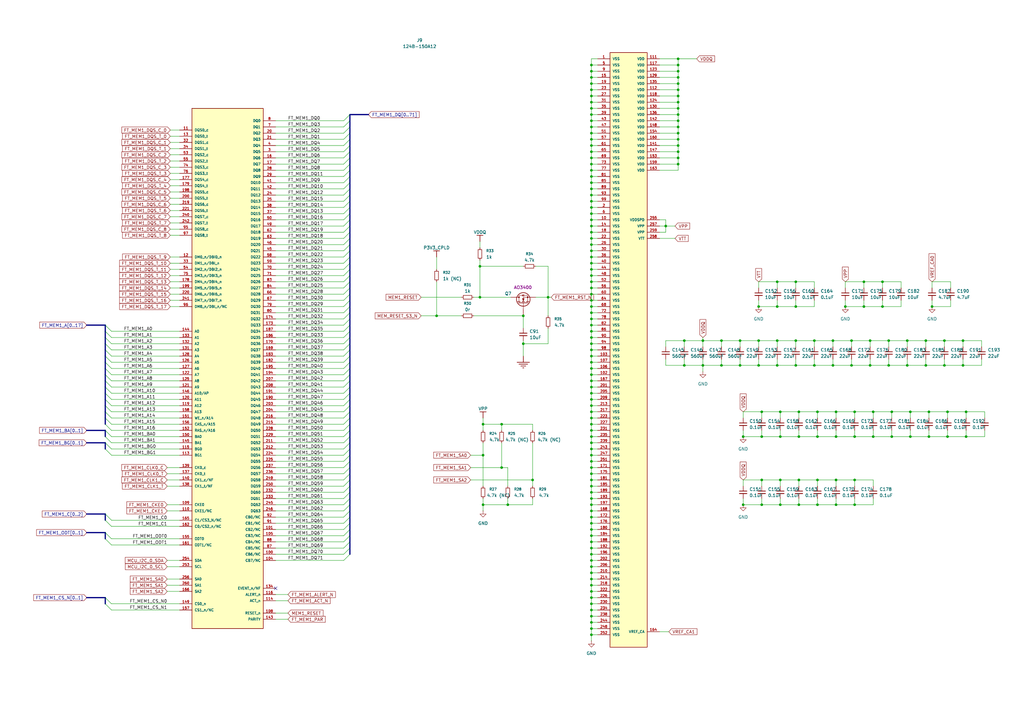
<source format=kicad_sch>
(kicad_sch (version 20250114) (generator "eeschema") (generator_version "9.0")
  (paper "A3")
  (title_block (title "Bugboard-1 D2000 mITX") (date "2025-05-23") (rev "1.0"))
  (junction (at 342.9 168.91))
  (junction (at 311.15 149.86))
  (junction (at 242.57 59.69))
  (junction (at 358.14 179.07))
  (junction (at 365.76 179.07))
  (junction (at 242.57 130.81))
  (junction (at 242.57 219.71))
  (junction (at 379.73 149.86))
  (junction (at 327.66 196.85))
  (junction (at 295.91 139.7))
  (junction (at 242.57 148.59))
  (junction (at 365.76 168.91))
  (junction (at 242.57 95.25))
  (junction (at 304.8 179.07))
  (junction (at 387.35 149.86))
  (junction (at 242.57 31.75))
  (junction (at 242.57 204.47))
  (junction (at 242.57 69.85))
  (junction (at 242.57 26.67))
  (junction (at 224.79 121.92))
  (junction (at 242.57 85.09))
  (junction (at 242.57 161.29))
  (junction (at 242.57 227.33))
  (junction (at 242.57 57.15))
  (junction (at 350.52 196.85))
  (junction (at 334.01 149.86))
  (junction (at 242.57 87.63))
  (junction (at 242.57 54.61))
  (junction (at 242.57 222.25))
  (junction (at 242.57 46.99))
  (junction (at 334.01 139.7))
  (junction (at 381 179.07))
  (junction (at 242.57 217.17))
  (junction (at 326.39 115.57))
  (junction (at 242.57 64.77))
  (junction (at 381 168.91))
  (junction (at 303.53 149.86))
  (junction (at 278.13 41.91))
  (junction (at 394.97 139.7))
  (junction (at 242.57 199.39))
  (junction (at 242.57 194.31))
  (junction (at 361.95 115.57))
  (junction (at 335.28 168.91))
  (junction (at 312.42 196.85))
  (junction (at 198.12 186.69))
  (junction (at 394.97 149.86))
  (junction (at 242.57 257.81))
  (junction (at 320.04 179.07))
  (junction (at 242.57 232.41))
  (junction (at 242.57 240.03))
  (junction (at 242.57 250.19))
  (junction (at 242.57 77.47))
  (junction (at 242.57 237.49))
  (junction (at 382.27 125.73))
  (junction (at 242.57 115.57))
  (junction (at 242.57 110.49))
  (junction (at 242.57 80.01))
  (junction (at 242.57 146.05))
  (junction (at 242.57 105.41))
  (junction (at 311.15 125.73))
  (junction (at 361.95 125.73))
  (junction (at 242.57 189.23))
  (junction (at 373.38 179.07))
  (junction (at 242.57 125.73))
  (junction (at 388.62 168.91))
  (junction (at 242.57 201.93))
  (junction (at 318.77 115.57))
  (junction (at 387.35 139.7))
  (junction (at 358.14 168.91))
  (junction (at 242.57 207.01))
  (junction (at 326.39 125.73))
  (junction (at 278.13 57.15))
  (junction (at 242.57 34.29))
  (junction (at 242.57 153.67))
  (junction (at 388.62 179.07))
  (junction (at 242.57 118.11))
  (junction (at 242.57 191.77))
  (junction (at 242.57 113.03))
  (junction (at 278.13 39.37))
  (junction (at 312.42 207.01))
  (junction (at 242.57 140.97))
  (junction (at 350.52 179.07))
  (junction (at 341.63 139.7))
  (junction (at 278.13 59.69))
  (junction (at 320.04 207.01))
  (junction (at 242.57 247.65))
  (junction (at 335.28 207.01))
  (junction (at 327.66 179.07))
  (junction (at 242.57 133.35))
  (junction (at 273.05 92.71))
  (junction (at 242.57 120.65))
  (junction (at 278.13 34.29))
  (junction (at 303.53 139.7))
  (junction (at 242.57 245.11))
  (junction (at 242.57 102.87))
  (junction (at 242.57 138.43))
  (junction (at 242.57 49.53))
  (junction (at 242.57 212.09))
  (junction (at 372.11 149.86))
  (junction (at 379.73 139.7))
  (junction (at 242.57 156.21))
  (junction (at 278.13 49.53))
  (junction (at 242.57 143.51))
  (junction (at 356.87 149.86))
  (junction (at 242.57 260.35))
  (junction (at 242.57 62.23))
  (junction (at 242.57 151.13))
  (junction (at 350.52 207.01))
  (junction (at 242.57 163.83))
  (junction (at 218.44 196.85))
  (junction (at 242.57 171.45))
  (junction (at 278.13 67.31))
  (junction (at 242.57 52.07))
  (junction (at 311.15 139.7))
  (junction (at 278.13 54.61))
  (junction (at 242.57 128.27))
  (junction (at 242.57 135.89))
  (junction (at 278.13 26.67))
  (junction (at 278.13 64.77))
  (junction (at 278.13 24.13))
  (junction (at 342.9 196.85))
  (junction (at 242.57 224.79))
  (junction (at 295.91 149.86))
  (junction (at 242.57 123.19))
  (junction (at 242.57 41.91))
  (junction (at 242.57 252.73))
  (junction (at 242.57 173.99))
  (junction (at 242.57 196.85))
  (junction (at 364.49 149.86))
  (junction (at 205.74 191.77))
  (junction (at 242.57 158.75))
  (junction (at 373.38 168.91))
  (junction (at 327.66 168.91))
  (junction (at 198.12 173.99))
  (junction (at 304.8 207.01))
  (junction (at 242.57 92.71))
  (junction (at 356.87 139.7))
  (junction (at 196.85 121.92))
  (junction (at 278.13 44.45))
  (junction (at 242.57 29.21))
  (junction (at 288.29 139.7))
  (junction (at 335.28 179.07))
  (junction (at 242.57 107.95))
  (junction (at 242.57 234.95))
  (junction (at 318.77 149.86))
  (junction (at 335.28 196.85))
  (junction (at 354.33 115.57))
  (junction (at 242.57 168.91))
  (junction (at 214.63 129.54))
  (junction (at 354.33 125.73))
  (junction (at 242.57 166.37))
  (junction (at 242.57 176.53))
  (junction (at 342.9 179.07))
  (junction (at 278.13 36.83))
  (junction (at 242.57 100.33))
  (junction (at 242.57 36.83))
  (junction (at 320.04 168.91))
  (junction (at 326.39 149.86))
  (junction (at 318.77 139.7))
  (junction (at 242.57 39.37))
  (junction (at 242.57 242.57))
  (junction (at 350.52 168.91))
  (junction (at 242.57 229.87))
  (junction (at 396.24 168.91))
  (junction (at 280.67 139.7))
  (junction (at 242.57 184.15))
  (junction (at 372.11 139.7))
  (junction (at 214.63 140.97))
  (junction (at 312.42 179.07))
  (junction (at 242.57 44.45))
  (junction (at 342.9 207.01))
  (junction (at 242.57 181.61))
  (junction (at 179.07 129.54))
  (junction (at 242.57 74.93))
  (junction (at 242.57 90.17))
  (junction (at 320.04 196.85))
  (junction (at 396.24 179.07))
  (junction (at 242.57 67.31))
  (junction (at 278.13 62.23))
  (junction (at 242.57 82.55))
  (junction (at 242.57 255.27))
  (junction (at 278.13 31.75))
  (junction (at 341.63 149.86))
  (junction (at 326.39 139.7))
  (junction (at 242.57 186.69))
  (junction (at 242.57 179.07))
  (junction (at 346.71 125.73))
  (junction (at 318.77 125.73))
  (junction (at 242.57 209.55))
  (junction (at 242.57 214.63))
  (junction (at 242.57 97.79))
  (junction (at 205.74 173.99))
  (junction (at 349.25 149.86))
  (junction (at 278.13 52.07))
  (junction (at 208.28 207.01))
  (junction (at 242.57 72.39))
  (junction (at 349.25 139.7))
  (junction (at 198.12 207.01))
  (junction (at 312.42 168.91))
  (junction (at 288.29 149.86))
  (junction (at 364.49 139.7))
  (junction (at 278.13 29.21))
  (junction (at 280.67 149.86))
  (junction (at 196.85 109.22))
  (junction (at 278.13 46.99))
  (junction (at 327.66 207.01))
  (no_connect (at 113.03 241.3))
  (bus_entry (at 45.72 161.29) (size -2.54 -2.54))
  (bus_entry (at 143.51 138.43) (size -2.54 2.54))
  (bus_entry (at 143.51 95.25) (size -2.54 2.54))
  (bus_entry (at 143.51 107.95) (size -2.54 2.54))
  (bus_entry (at 143.51 184.15) (size -2.54 2.54))
  (bus_entry (at 143.51 74.93) (size -2.54 2.54))
  (bus_entry (at 143.51 133.35) (size -2.54 2.54))
  (bus_entry (at 143.51 166.37) (size -2.54 2.54))
  (bus_entry (at 143.51 110.49) (size -2.54 2.54))
  (bus_entry (at 143.51 80.01) (size -2.54 2.54))
  (bus_entry (at 45.72 156.21) (size -2.54 -2.54))
  (bus_entry (at 143.51 199.39) (size -2.54 2.54))
  (bus_entry (at 45.72 213.36) (size -2.54 -2.54))
  (bus_entry (at 45.72 220.98) (size -2.54 -2.54))
  (bus_entry (at 45.72 173.99) (size -2.54 -2.54))
  (bus_entry (at 45.72 151.13) (size -2.54 -2.54))
  (bus_entry (at 143.51 179.07) (size -2.54 2.54))
  (bus_entry (at 45.72 166.37) (size -2.54 -2.54))
  (bus_entry (at 143.51 102.87) (size -2.54 2.54))
  (bus_entry (at 143.51 62.23) (size -2.54 2.54))
  (bus_entry (at 143.51 77.47) (size -2.54 2.54))
  (bus_entry (at 143.51 46.99) (size -2.54 2.54))
  (bus_entry (at 143.51 181.61) (size -2.54 2.54))
  (bus_entry (at 143.51 135.89) (size -2.54 2.54))
  (bus_entry (at 143.51 214.63) (size -2.54 2.54))
  (bus_entry (at 45.72 181.61) (size -2.54 -2.54))
  (bus_entry (at 45.72 186.69) (size -2.54 -2.54))
  (bus_entry (at 143.51 173.99) (size -2.54 2.54))
  (bus_entry (at 45.72 158.75) (size -2.54 -2.54))
  (bus_entry (at 143.51 125.73) (size -2.54 2.54))
  (bus_entry (at 143.51 156.21) (size -2.54 2.54))
  (bus_entry (at 143.51 49.53) (size -2.54 2.54))
  (bus_entry (at 45.72 223.52) (size -2.54 -2.54))
  (bus_entry (at 143.51 196.85) (size -2.54 2.54))
  (bus_entry (at 143.51 189.23) (size -2.54 2.54))
  (bus_entry (at 143.51 115.57) (size -2.54 2.54))
  (bus_entry (at 143.51 161.29) (size -2.54 2.54))
  (bus_entry (at 45.72 247.65) (size -2.54 -2.54))
  (bus_entry (at 143.51 212.09) (size -2.54 2.54))
  (bus_entry (at 143.51 128.27) (size -2.54 2.54))
  (bus_entry (at 143.51 59.69) (size -2.54 2.54))
  (bus_entry (at 45.72 148.59) (size -2.54 -2.54))
  (bus_entry (at 143.51 100.33) (size -2.54 2.54))
  (bus_entry (at 45.72 143.51) (size -2.54 -2.54))
  (bus_entry (at 143.51 92.71) (size -2.54 2.54))
  (bus_entry (at 143.51 87.63) (size -2.54 2.54))
  (bus_entry (at 143.51 153.67) (size -2.54 2.54))
  (bus_entry (at 45.72 168.91) (size -2.54 -2.54))
  (bus_entry (at 143.51 143.51) (size -2.54 2.54))
  (bus_entry (at 143.51 201.93) (size -2.54 2.54))
  (bus_entry (at 45.72 146.05) (size -2.54 -2.54))
  (bus_entry (at 143.51 105.41) (size -2.54 2.54))
  (bus_entry (at 143.51 158.75) (size -2.54 2.54))
  (bus_entry (at 143.51 194.31) (size -2.54 2.54))
  (bus_entry (at 143.51 191.77) (size -2.54 2.54))
  (bus_entry (at 143.51 168.91) (size -2.54 2.54))
  (bus_entry (at 143.51 118.11) (size -2.54 2.54))
  (bus_entry (at 45.72 153.67) (size -2.54 -2.54))
  (bus_entry (at 143.51 219.71) (size -2.54 2.54))
  (bus_entry (at 143.51 113.03) (size -2.54 2.54))
  (bus_entry (at 143.51 207.01) (size -2.54 2.54))
  (bus_entry (at 143.51 67.31) (size -2.54 2.54))
  (bus_entry (at 143.51 227.33) (size -2.54 2.54))
  (bus_entry (at 143.51 120.65) (size -2.54 2.54))
  (bus_entry (at 45.72 135.89) (size -2.54 -2.54))
  (bus_entry (at 45.72 138.43) (size -2.54 -2.54))
  (bus_entry (at 143.51 151.13) (size -2.54 2.54))
  (bus_entry (at 143.51 222.25) (size -2.54 2.54))
  (bus_entry (at 45.72 250.19) (size -2.54 -2.54))
  (bus_entry (at 45.72 163.83) (size -2.54 -2.54))
  (bus_entry (at 143.51 176.53) (size -2.54 2.54))
  (bus_entry (at 143.51 224.79) (size -2.54 2.54))
  (bus_entry (at 45.72 176.53) (size -2.54 -2.54))
  (bus_entry (at 45.72 140.97) (size -2.54 -2.54))
  (bus_entry (at 143.51 217.17) (size -2.54 2.54))
  (bus_entry (at 143.51 163.83) (size -2.54 2.54))
  (bus_entry (at 143.51 123.19) (size -2.54 2.54))
  (bus_entry (at 143.51 186.69) (size -2.54 2.54))
  (bus_entry (at 143.51 204.47) (size -2.54 2.54))
  (bus_entry (at 143.51 171.45) (size -2.54 2.54))
  (bus_entry (at 143.51 130.81) (size -2.54 2.54))
  (bus_entry (at 143.51 146.05) (size -2.54 2.54))
  (bus_entry (at 143.51 140.97) (size -2.54 2.54))
  (bus_entry (at 143.51 64.77) (size -2.54 2.54))
  (bus_entry (at 45.72 215.9) (size -2.54 -2.54))
  (bus_entry (at 143.51 97.79) (size -2.54 2.54))
  (bus_entry (at 143.51 54.61) (size -2.54 2.54))
  (bus_entry (at 45.72 179.07) (size -2.54 -2.54))
  (bus_entry (at 143.51 148.59) (size -2.54 2.54))
  (bus_entry (at 143.51 69.85) (size -2.54 2.54))
  (bus_entry (at 143.51 72.39) (size -2.54 2.54))
  (bus_entry (at 143.51 52.07) (size -2.54 2.54))
  (bus_entry (at 143.51 57.15) (size -2.54 2.54))
  (bus_entry (at 143.51 90.17) (size -2.54 2.54))
  (bus_entry (at 143.51 85.09) (size -2.54 2.54))
  (bus_entry (at 45.72 184.15) (size -2.54 -2.54))
  (bus_entry (at 143.51 209.55) (size -2.54 2.54))
  (bus_entry (at 45.72 171.45) (size -2.54 -2.54))
  (bus_entry (at 143.51 82.55) (size -2.54 2.54))
  (wire (pts (xy 219.71 109.22) (xy 224.79 109.22)))
  (wire (pts (xy 242.57 227.33) (xy 245.11 227.33)))
  (wire (pts (xy 278.13 24.13) (xy 278.13 26.67)))
  (wire (pts (xy 280.67 149.86) (xy 288.29 149.86)))
  (wire (pts (xy 402.59 149.86) (xy 402.59 147.32)))
  (wire (pts (xy 242.57 242.57) (xy 242.57 245.11)))
  (wire (pts (xy 372.11 149.86) (xy 379.73 149.86)))
  (wire (pts (xy 396.24 179.07) (xy 388.62 179.07)))
  (wire (pts (xy 140.97 92.71) (xy 113.03 92.71)))
  (wire (pts (xy 242.57 54.61) (xy 245.11 54.61)))
  (wire (pts (xy 242.57 77.47) (xy 242.57 80.01)))
  (wire (pts (xy 179.07 129.54) (xy 189.23 129.54)))
  (wire (pts (xy 320.04 168.91) (xy 327.66 168.91)))
  (bus (pts (xy 143.51 156.21) (xy 143.51 153.67)) (stroke (width 0.508)))
  (wire (pts (xy 342.9 168.91) (xy 342.9 171.45)))
  (wire (pts (xy 242.57 92.71) (xy 242.57 95.25)))
  (wire (pts (xy 140.97 72.39) (xy 113.03 72.39)))
  (wire (pts (xy 208.28 199.39) (xy 208.28 191.77)))
  (wire (pts (xy 242.57 252.73) (xy 242.57 255.27)))
  (bus (pts (xy 143.51 80.01) (xy 143.51 77.47)) (stroke (width 0.508)))
  (wire (pts (xy 69.85 53.34) (xy 73.66 53.34)))
  (wire (pts (xy 73.66 146.05) (xy 45.72 146.05)))
  (wire (pts (xy 242.57 222.25) (xy 242.57 224.79)))
  (wire (pts (xy 140.97 140.97) (xy 113.03 140.97)))
  (wire (pts (xy 350.52 179.07) (xy 350.52 176.53)))
  (wire (pts (xy 140.97 125.73) (xy 113.03 125.73)))
  (bus (pts (xy 143.51 77.47) (xy 143.51 74.93)) (stroke (width 0.508)))
  (wire (pts (xy 69.85 71.12) (xy 73.66 71.12)))
  (wire (pts (xy 140.97 123.19) (xy 113.03 123.19)))
  (wire (pts (xy 270.51 26.67) (xy 278.13 26.67)))
  (wire (pts (xy 214.63 109.22) (xy 196.85 109.22)))
  (wire (pts (xy 242.57 232.41) (xy 242.57 234.95)))
  (wire (pts (xy 140.97 128.27) (xy 113.03 128.27)))
  (wire (pts (xy 205.74 173.99) (xy 205.74 176.53)))
  (wire (pts (xy 311.15 139.7) (xy 311.15 142.24)))
  (wire (pts (xy 358.14 168.91) (xy 365.76 168.91)))
  (wire (pts (xy 73.66 140.97) (xy 45.72 140.97)))
  (wire (pts (xy 334.01 149.86) (xy 334.01 147.32)))
  (wire (pts (xy 303.53 149.86) (xy 311.15 149.86)))
  (wire (pts (xy 242.57 135.89) (xy 242.57 138.43)))
  (wire (pts (xy 242.57 181.61) (xy 245.11 181.61)))
  (wire (pts (xy 73.66 176.53) (xy 45.72 176.53)))
  (wire (pts (xy 140.97 156.21) (xy 113.03 156.21)))
  (wire (pts (xy 198.12 173.99) (xy 198.12 171.45)))
  (wire (pts (xy 242.57 24.13) (xy 242.57 26.67)))
  (bus (pts (xy 143.51 161.29) (xy 143.51 158.75)) (stroke (width 0.508)))
  (wire (pts (xy 242.57 74.93) (xy 245.11 74.93)))
  (wire (pts (xy 270.51 62.23) (xy 278.13 62.23)))
  (wire (pts (xy 242.57 240.03) (xy 242.57 242.57)))
  (wire (pts (xy 140.97 186.69) (xy 113.03 186.69)))
  (wire (pts (xy 278.13 64.77) (xy 278.13 62.23)))
  (bus (pts (xy 143.51 82.55) (xy 143.51 80.01)) (stroke (width 0.508)))
  (wire (pts (xy 140.97 194.31) (xy 113.03 194.31)))
  (wire (pts (xy 69.85 123.19) (xy 73.66 123.19)))
  (wire (pts (xy 140.97 85.09) (xy 113.03 85.09)))
  (wire (pts (xy 358.14 196.85) (xy 358.14 199.39)))
  (wire (pts (xy 69.85 110.49) (xy 73.66 110.49)))
  (bus (pts (xy 43.18 156.21) (xy 43.18 153.67)) (stroke (width 0.508)))
  (bus (pts (xy 43.18 184.15) (xy 43.18 181.61)) (stroke (width 0.508)))
  (wire (pts (xy 341.63 149.86) (xy 341.63 147.32)))
  (wire (pts (xy 242.57 255.27) (xy 242.57 257.81)))
  (wire (pts (xy 68.58 242.57) (xy 73.66 242.57)))
  (wire (pts (xy 242.57 64.77) (xy 242.57 67.31)))
  (wire (pts (xy 73.66 161.29) (xy 45.72 161.29)))
  (wire (pts (xy 140.97 168.91) (xy 113.03 168.91)))
  (bus (pts (xy 43.18 181.61) (xy 35.56 181.61)) (stroke (width 0.508)))
  (wire (pts (xy 342.9 207.01) (xy 335.28 207.01)))
  (wire (pts (xy 140.97 166.37) (xy 113.03 166.37)))
  (wire (pts (xy 278.13 44.45) (xy 278.13 46.99)))
  (wire (pts (xy 334.01 149.86) (xy 341.63 149.86)))
  (bus (pts (xy 143.51 204.47) (xy 143.51 201.93)) (stroke (width 0.508)))
  (wire (pts (xy 270.51 69.85) (xy 278.13 69.85)))
  (wire (pts (xy 140.97 135.89) (xy 113.03 135.89)))
  (wire (pts (xy 73.66 158.75) (xy 45.72 158.75)))
  (wire (pts (xy 288.29 139.7) (xy 288.29 142.24)))
  (wire (pts (xy 311.15 149.86) (xy 311.15 147.32)))
  (wire (pts (xy 335.28 168.91) (xy 335.28 171.45)))
  (wire (pts (xy 354.33 115.57) (xy 354.33 118.11)))
  (wire (pts (xy 140.97 77.47) (xy 113.03 77.47)))
  (wire (pts (xy 278.13 52.07) (xy 278.13 49.53)))
  (bus (pts (xy 143.51 64.77) (xy 143.51 62.23)) (stroke (width 0.508)))
  (wire (pts (xy 140.97 153.67) (xy 113.03 153.67)))
  (wire (pts (xy 140.97 181.61) (xy 113.03 181.61)))
  (wire (pts (xy 68.58 191.77) (xy 73.66 191.77)))
  (bus (pts (xy 43.18 247.65) (xy 43.18 245.11)) (stroke (width 0.508)))
  (wire (pts (xy 373.38 168.91) (xy 381 168.91)))
  (bus (pts (xy 143.51 115.57) (xy 143.51 113.03)) (stroke (width 0.508)))
  (wire (pts (xy 196.85 109.22) (xy 196.85 106.68)))
  (wire (pts (xy 73.66 135.89) (xy 45.72 135.89)))
  (wire (pts (xy 69.85 115.57) (xy 73.66 115.57)))
  (wire (pts (xy 335.28 179.07) (xy 327.66 179.07)))
  (wire (pts (xy 242.57 110.49) (xy 245.11 110.49)))
  (wire (pts (xy 140.97 113.03) (xy 113.03 113.03)))
  (wire (pts (xy 242.57 57.15) (xy 245.11 57.15)))
  (wire (pts (xy 326.39 115.57) (xy 326.39 118.11)))
  (wire (pts (xy 242.57 252.73) (xy 245.11 252.73)))
  (bus (pts (xy 143.51 199.39) (xy 143.51 196.85)) (stroke (width 0.508)))
  (wire (pts (xy 242.57 113.03) (xy 245.11 113.03)))
  (bus (pts (xy 143.51 87.63) (xy 143.51 85.09)) (stroke (width 0.508)))
  (wire (pts (xy 140.97 201.93) (xy 113.03 201.93)))
  (bus (pts (xy 43.18 213.36) (xy 43.18 210.82)) (stroke (width 0.508)))
  (bus (pts (xy 143.51 113.03) (xy 143.51 110.49)) (stroke (width 0.508)))
  (bus (pts (xy 43.18 171.45) (xy 43.18 168.91)) (stroke (width 0.508)))
  (wire (pts (xy 335.28 196.85) (xy 335.28 199.39)))
  (wire (pts (xy 242.57 163.83) (xy 245.11 163.83)))
  (wire (pts (xy 73.66 184.15) (xy 45.72 184.15)))
  (wire (pts (xy 388.62 179.07) (xy 388.62 176.53)))
  (wire (pts (xy 242.57 105.41) (xy 245.11 105.41)))
  (wire (pts (xy 242.57 128.27) (xy 242.57 130.81)))
  (wire (pts (xy 242.57 201.93) (xy 245.11 201.93)))
  (wire (pts (xy 113.03 251.46) (xy 118.11 251.46)))
  (wire (pts (xy 242.57 247.65) (xy 242.57 250.19)))
  (wire (pts (xy 69.85 120.65) (xy 73.66 120.65)))
  (wire (pts (xy 304.8 179.07) (xy 304.8 176.53)))
  (wire (pts (xy 242.57 143.51) (xy 242.57 146.05)))
  (wire (pts (xy 403.86 179.07) (xy 403.86 176.53)))
  (wire (pts (xy 242.57 95.25) (xy 245.11 95.25)))
  (wire (pts (xy 140.97 133.35) (xy 113.03 133.35)))
  (wire (pts (xy 73.66 148.59) (xy 45.72 148.59)))
  (wire (pts (xy 198.12 199.39) (xy 198.12 186.69)))
  (wire (pts (xy 327.66 179.07) (xy 320.04 179.07)))
  (wire (pts (xy 242.57 245.11) (xy 242.57 247.65)))
  (wire (pts (xy 242.57 140.97) (xy 245.11 140.97)))
  (wire (pts (xy 140.97 184.15) (xy 113.03 184.15)))
  (wire (pts (xy 356.87 139.7) (xy 364.49 139.7)))
  (wire (pts (xy 270.51 90.17) (xy 273.05 90.17)))
  (wire (pts (xy 242.57 151.13) (xy 245.11 151.13)))
  (wire (pts (xy 242.57 196.85) (xy 242.57 199.39)))
  (wire (pts (xy 288.29 149.86) (xy 288.29 147.32)))
  (wire (pts (xy 242.57 125.73) (xy 242.57 128.27)))
  (bus (pts (xy 143.51 212.09) (xy 143.51 209.55)) (stroke (width 0.508)))
  (bus (pts (xy 43.18 133.35) (xy 35.56 133.35)) (stroke (width 0.508)))
  (wire (pts (xy 242.57 199.39) (xy 245.11 199.39)))
  (wire (pts (xy 242.57 232.41) (xy 245.11 232.41)))
  (wire (pts (xy 140.97 64.77) (xy 113.03 64.77)))
  (wire (pts (xy 242.57 158.75) (xy 245.11 158.75)))
  (wire (pts (xy 242.57 224.79) (xy 245.11 224.79)))
  (bus (pts (xy 43.18 168.91) (xy 43.18 166.37)) (stroke (width 0.508)))
  (wire (pts (xy 140.97 204.47) (xy 113.03 204.47)))
  (wire (pts (xy 242.57 262.89) (xy 242.57 260.35)))
  (wire (pts (xy 350.52 168.91) (xy 358.14 168.91)))
  (bus (pts (xy 143.51 163.83) (xy 143.51 161.29)) (stroke (width 0.508)))
  (wire (pts (xy 242.57 156.21) (xy 245.11 156.21)))
  (wire (pts (xy 242.57 224.79) (xy 242.57 227.33)))
  (wire (pts (xy 373.38 168.91) (xy 373.38 171.45)))
  (bus (pts (xy 143.51 207.01) (xy 143.51 204.47)) (stroke (width 0.508)))
  (wire (pts (xy 242.57 26.67) (xy 245.11 26.67)))
  (wire (pts (xy 69.85 105.41) (xy 73.66 105.41)))
  (wire (pts (xy 242.57 72.39) (xy 242.57 74.93)))
  (wire (pts (xy 242.57 41.91) (xy 245.11 41.91)))
  (wire (pts (xy 334.01 115.57) (xy 334.01 118.11)))
  (wire (pts (xy 312.42 196.85) (xy 312.42 199.39)))
  (wire (pts (xy 242.57 87.63) (xy 245.11 87.63)))
  (wire (pts (xy 326.39 149.86) (xy 326.39 147.32)))
  (wire (pts (xy 242.57 36.83) (xy 245.11 36.83)))
  (bus (pts (xy 143.51 135.89) (xy 143.51 133.35)) (stroke (width 0.508)))
  (bus (pts (xy 143.51 143.51) (xy 143.51 140.97)) (stroke (width 0.508)))
  (wire (pts (xy 326.39 123.19) (xy 326.39 125.73)))
  (wire (pts (xy 278.13 31.75) (xy 278.13 34.29)))
  (wire (pts (xy 311.15 125.73) (xy 318.77 125.73)))
  (wire (pts (xy 364.49 149.86) (xy 372.11 149.86)))
  (wire (pts (xy 242.57 191.77) (xy 242.57 194.31)))
  (wire (pts (xy 402.59 139.7) (xy 402.59 142.24)))
  (wire (pts (xy 389.89 115.57) (xy 389.89 118.11)))
  (wire (pts (xy 73.66 138.43) (xy 45.72 138.43)))
  (wire (pts (xy 242.57 29.21) (xy 245.11 29.21)))
  (wire (pts (xy 68.58 209.55) (xy 73.66 209.55)))
  (bus (pts (xy 143.51 130.81) (xy 143.51 128.27)) (stroke (width 0.508)))
  (wire (pts (xy 242.57 90.17) (xy 245.11 90.17)))
  (bus (pts (xy 143.51 179.07) (xy 143.51 176.53)) (stroke (width 0.508)))
  (wire (pts (xy 288.29 152.4) (xy 288.29 149.86)))
  (wire (pts (xy 205.74 191.77) (xy 208.28 191.77)))
  (wire (pts (xy 113.03 254) (xy 118.11 254)))
  (wire (pts (xy 242.57 80.01) (xy 242.57 82.55)))
  (wire (pts (xy 242.57 54.61) (xy 242.57 57.15)))
  (wire (pts (xy 349.25 139.7) (xy 356.87 139.7)))
  (wire (pts (xy 327.66 168.91) (xy 327.66 171.45)))
  (wire (pts (xy 179.07 115.57) (xy 179.07 129.54)))
  (wire (pts (xy 242.57 186.69) (xy 245.11 186.69)))
  (wire (pts (xy 140.97 209.55) (xy 113.03 209.55)))
  (wire (pts (xy 341.63 139.7) (xy 341.63 142.24)))
  (wire (pts (xy 242.57 219.71) (xy 242.57 222.25)))
  (wire (pts (xy 140.97 69.85) (xy 113.03 69.85)))
  (wire (pts (xy 69.85 63.5) (xy 73.66 63.5)))
  (wire (pts (xy 113.03 243.84) (xy 118.11 243.84)))
  (wire (pts (xy 278.13 57.15) (xy 278.13 54.61)))
  (wire (pts (xy 198.12 207.01) (xy 198.12 204.47)))
  (wire (pts (xy 242.57 229.87) (xy 242.57 232.41)))
  (wire (pts (xy 68.58 232.41) (xy 73.66 232.41)))
  (wire (pts (xy 140.97 97.79) (xy 113.03 97.79)))
  (bus (pts (xy 43.18 176.53) (xy 35.56 176.53)) (stroke (width 0.508)))
  (wire (pts (xy 242.57 191.77) (xy 245.11 191.77)))
  (wire (pts (xy 388.62 179.07) (xy 381 179.07)))
  (wire (pts (xy 68.58 196.85) (xy 73.66 196.85)))
  (wire (pts (xy 140.97 207.01) (xy 113.03 207.01)))
  (wire (pts (xy 373.38 179.07) (xy 373.38 176.53)))
  (wire (pts (xy 242.57 120.65) (xy 245.11 120.65)))
  (wire (pts (xy 242.57 102.87) (xy 245.11 102.87)))
  (wire (pts (xy 312.42 179.07) (xy 312.42 176.53)))
  (wire (pts (xy 356.87 149.86) (xy 364.49 149.86)))
  (wire (pts (xy 403.86 168.91) (xy 403.86 171.45)))
  (bus (pts (xy 143.51 168.91) (xy 143.51 166.37)) (stroke (width 0.508)))
  (wire (pts (xy 346.71 125.73) (xy 354.33 125.73)))
  (wire (pts (xy 342.9 179.07) (xy 342.9 176.53)))
  (wire (pts (xy 73.66 181.61) (xy 45.72 181.61)))
  (wire (pts (xy 361.95 123.19) (xy 361.95 125.73)))
  (wire (pts (xy 382.27 125.73) (xy 389.89 125.73)))
  (wire (pts (xy 242.57 128.27) (xy 245.11 128.27)))
  (wire (pts (xy 242.57 168.91) (xy 245.11 168.91)))
  (wire (pts (xy 350.52 196.85) (xy 350.52 199.39)))
  (wire (pts (xy 242.57 176.53) (xy 242.57 179.07)))
  (wire (pts (xy 242.57 234.95) (xy 245.11 234.95)))
  (wire (pts (xy 69.85 113.03) (xy 73.66 113.03)))
  (wire (pts (xy 242.57 69.85) (xy 245.11 69.85)))
  (bus (pts (xy 43.18 179.07) (xy 43.18 176.53)) (stroke (width 0.508)))
  (wire (pts (xy 242.57 46.99) (xy 245.11 46.99)))
  (wire (pts (xy 382.27 118.11) (xy 382.27 115.57)))
  (wire (pts (xy 335.28 179.07) (xy 335.28 176.53)))
  (wire (pts (xy 335.28 168.91) (xy 342.9 168.91)))
  (wire (pts (xy 242.57 133.35) (xy 242.57 135.89)))
  (wire (pts (xy 193.04 186.69) (xy 198.12 186.69)))
  (wire (pts (xy 394.97 139.7) (xy 394.97 142.24)))
  (wire (pts (xy 69.85 88.9) (xy 73.66 88.9)))
  (bus (pts (xy 143.51 171.45) (xy 143.51 168.91)) (stroke (width 0.508)))
  (bus (pts (xy 143.51 219.71) (xy 143.51 217.17)) (stroke (width 0.508)))
  (wire (pts (xy 242.57 207.01) (xy 242.57 209.55)))
  (wire (pts (xy 335.28 196.85) (xy 342.9 196.85)))
  (wire (pts (xy 140.97 179.07) (xy 113.03 179.07)))
  (wire (pts (xy 242.57 166.37) (xy 245.11 166.37)))
  (wire (pts (xy 69.85 78.74) (xy 73.66 78.74)))
  (wire (pts (xy 242.57 118.11) (xy 242.57 120.65)))
  (bus (pts (xy 43.18 173.99) (xy 43.18 171.45)) (stroke (width 0.508)))
  (wire (pts (xy 242.57 189.23) (xy 245.11 189.23)))
  (wire (pts (xy 326.39 139.7) (xy 326.39 142.24)))
  (wire (pts (xy 388.62 168.91) (xy 388.62 171.45)))
  (wire (pts (xy 350.52 196.85) (xy 358.14 196.85)))
  (wire (pts (xy 140.97 222.25) (xy 113.03 222.25)))
  (wire (pts (xy 364.49 139.7) (xy 364.49 142.24)))
  (wire (pts (xy 242.57 85.09) (xy 245.11 85.09)))
  (wire (pts (xy 140.97 158.75) (xy 113.03 158.75)))
  (wire (pts (xy 278.13 67.31) (xy 278.13 64.77)))
  (wire (pts (xy 242.57 64.77) (xy 245.11 64.77)))
  (wire (pts (xy 387.35 149.86) (xy 387.35 147.32)))
  (wire (pts (xy 198.12 176.53) (xy 198.12 173.99)))
  (wire (pts (xy 242.57 237.49) (xy 242.57 240.03)))
  (wire (pts (xy 73.66 163.83) (xy 45.72 163.83)))
  (wire (pts (xy 278.13 41.91) (xy 278.13 44.45)))
  (bus (pts (xy 143.51 52.07) (xy 143.51 49.53)) (stroke (width 0.508)))
  (wire (pts (xy 242.57 92.71) (xy 245.11 92.71)))
  (bus (pts (xy 143.51 92.71) (xy 143.51 90.17)) (stroke (width 0.508)))
  (bus (pts (xy 143.51 59.69) (xy 143.51 57.15)) (stroke (width 0.508)))
  (wire (pts (xy 387.35 139.7) (xy 387.35 142.24)))
  (wire (pts (xy 140.97 146.05) (xy 113.03 146.05)))
  (wire (pts (xy 242.57 107.95) (xy 242.57 110.49)))
  (wire (pts (xy 304.8 179.07) (xy 312.42 179.07)))
  (bus (pts (xy 143.51 125.73) (xy 143.51 123.19)) (stroke (width 0.508)))
  (wire (pts (xy 140.97 59.69) (xy 113.03 59.69)))
  (wire (pts (xy 327.66 196.85) (xy 327.66 199.39)))
  (wire (pts (xy 242.57 52.07) (xy 242.57 54.61)))
  (wire (pts (xy 68.58 240.03) (xy 73.66 240.03)))
  (bus (pts (xy 143.51 209.55) (xy 143.51 207.01)) (stroke (width 0.508)))
  (wire (pts (xy 242.57 163.83) (xy 242.57 166.37)))
  (bus (pts (xy 143.51 49.53) (xy 143.51 46.99)) (stroke (width 0.508)))
  (bus (pts (xy 143.51 166.37) (xy 143.51 163.83)) (stroke (width 0.508)))
  (wire (pts (xy 273.05 139.7) (xy 280.67 139.7)))
  (wire (pts (xy 242.57 95.25) (xy 242.57 97.79)))
  (wire (pts (xy 342.9 168.91) (xy 350.52 168.91)))
  (wire (pts (xy 242.57 156.21) (xy 242.57 158.75)))
  (wire (pts (xy 320.04 196.85) (xy 327.66 196.85)))
  (bus (pts (xy 143.51 102.87) (xy 143.51 100.33)) (stroke (width 0.508)))
  (wire (pts (xy 113.03 229.87) (xy 140.97 229.87)))
  (wire (pts (xy 242.57 151.13) (xy 242.57 153.67)))
  (wire (pts (xy 295.91 149.86) (xy 303.53 149.86)))
  (wire (pts (xy 140.97 199.39) (xy 113.03 199.39)))
  (wire (pts (xy 140.97 130.81) (xy 113.03 130.81)))
  (wire (pts (xy 140.97 52.07) (xy 113.03 52.07)))
  (wire (pts (xy 242.57 245.11) (xy 245.11 245.11)))
  (wire (pts (xy 311.15 139.7) (xy 318.77 139.7)))
  (bus (pts (xy 143.51 158.75) (xy 143.51 156.21)) (stroke (width 0.508)))
  (wire (pts (xy 278.13 34.29) (xy 278.13 36.83)))
  (wire (pts (xy 69.85 96.52) (xy 73.66 96.52)))
  (bus (pts (xy 143.51 176.53) (xy 143.51 173.99)) (stroke (width 0.508)))
  (wire (pts (xy 242.57 229.87) (xy 245.11 229.87)))
  (wire (pts (xy 198.12 209.55) (xy 198.12 207.01)))
  (wire (pts (xy 242.57 199.39) (xy 242.57 201.93)))
  (bus (pts (xy 143.51 153.67) (xy 143.51 151.13)) (stroke (width 0.508)))
  (wire (pts (xy 242.57 148.59) (xy 242.57 151.13)))
  (wire (pts (xy 270.51 64.77) (xy 278.13 64.77)))
  (wire (pts (xy 242.57 57.15) (xy 242.57 59.69)))
  (bus (pts (xy 143.51 123.19) (xy 143.51 120.65)) (stroke (width 0.508)))
  (wire (pts (xy 270.51 36.83) (xy 278.13 36.83)))
  (wire (pts (xy 140.97 115.57) (xy 113.03 115.57)))
  (wire (pts (xy 242.57 257.81) (xy 242.57 260.35)))
  (wire (pts (xy 140.97 118.11) (xy 113.03 118.11)))
  (wire (pts (xy 140.97 62.23) (xy 113.03 62.23)))
  (wire (pts (xy 205.74 181.61) (xy 205.74 191.77)))
  (wire (pts (xy 358.14 179.07) (xy 350.52 179.07)))
  (wire (pts (xy 320.04 196.85) (xy 320.04 199.39)))
  (wire (pts (xy 224.79 129.54) (xy 224.79 121.92)))
  (wire (pts (xy 270.51 31.75) (xy 278.13 31.75)))
  (wire (pts (xy 350.52 168.91) (xy 350.52 171.45)))
  (bus (pts (xy 43.18 163.83) (xy 43.18 161.29)) (stroke (width 0.508)))
  (wire (pts (xy 327.66 168.91) (xy 335.28 168.91)))
  (wire (pts (xy 364.49 139.7) (xy 372.11 139.7)))
  (wire (pts (xy 270.51 95.25) (xy 273.05 95.25)))
  (wire (pts (xy 242.57 44.45) (xy 245.11 44.45)))
  (bus (pts (xy 143.51 110.49) (xy 143.51 107.95)) (stroke (width 0.508)))
  (wire (pts (xy 358.14 207.01) (xy 350.52 207.01)))
  (wire (pts (xy 242.57 100.33) (xy 245.11 100.33)))
  (bus (pts (xy 143.51 148.59) (xy 143.51 146.05)) (stroke (width 0.508)))
  (wire (pts (xy 270.51 49.53) (xy 278.13 49.53)))
  (wire (pts (xy 242.57 219.71) (xy 245.11 219.71)))
  (bus (pts (xy 143.51 72.39) (xy 143.51 69.85)) (stroke (width 0.508)))
  (wire (pts (xy 326.39 125.73) (xy 334.01 125.73)))
  (bus (pts (xy 43.18 245.11) (xy 35.56 245.11)) (stroke (width 0.508)))
  (bus (pts (xy 143.51 107.95) (xy 143.51 105.41)) (stroke (width 0.508)))
  (wire (pts (xy 278.13 62.23) (xy 278.13 59.69)))
  (wire (pts (xy 242.57 62.23) (xy 245.11 62.23)))
  (wire (pts (xy 326.39 115.57) (xy 334.01 115.57)))
  (wire (pts (xy 270.51 34.29) (xy 278.13 34.29)))
  (wire (pts (xy 334.01 125.73) (xy 334.01 123.19)))
  (wire (pts (xy 242.57 125.73) (xy 245.11 125.73)))
  (wire (pts (xy 311.15 118.11) (xy 311.15 115.57)))
  (wire (pts (xy 273.05 92.71) (xy 276.86 92.71)))
  (wire (pts (xy 318.77 139.7) (xy 318.77 142.24)))
  (wire (pts (xy 140.97 212.09) (xy 113.03 212.09)))
  (wire (pts (xy 242.57 204.47) (xy 245.11 204.47)))
  (wire (pts (xy 358.14 176.53) (xy 358.14 179.07)))
  (wire (pts (xy 270.51 259.08) (xy 274.32 259.08)))
  (wire (pts (xy 270.51 57.15) (xy 278.13 57.15)))
  (wire (pts (xy 242.57 217.17) (xy 245.11 217.17)))
  (wire (pts (xy 208.28 207.01) (xy 208.28 204.47)))
  (wire (pts (xy 242.57 194.31) (xy 242.57 196.85)))
  (wire (pts (xy 45.72 213.36) (xy 73.66 213.36)))
  (wire (pts (xy 73.66 151.13) (xy 45.72 151.13)))
  (wire (pts (xy 379.73 149.86) (xy 379.73 147.32)))
  (wire (pts (xy 242.57 186.69) (xy 242.57 189.23)))
  (wire (pts (xy 242.57 260.35) (xy 245.11 260.35)))
  (wire (pts (xy 335.28 207.01) (xy 335.28 204.47)))
  (wire (pts (xy 379.73 139.7) (xy 379.73 142.24)))
  (wire (pts (xy 242.57 138.43) (xy 242.57 140.97)))
  (wire (pts (xy 242.57 158.75) (xy 242.57 161.29)))
  (wire (pts (xy 242.57 97.79) (xy 242.57 100.33)))
  (wire (pts (xy 68.58 194.31) (xy 73.66 194.31)))
  (wire (pts (xy 312.42 207.01) (xy 312.42 204.47)))
  (wire (pts (xy 214.63 134.62) (xy 214.63 129.54)))
  (wire (pts (xy 140.97 138.43) (xy 113.03 138.43)))
  (wire (pts (xy 179.07 110.49) (xy 179.07 105.41)))
  (wire (pts (xy 372.11 139.7) (xy 372.11 142.24)))
  (wire (pts (xy 303.53 139.7) (xy 311.15 139.7)))
  (wire (pts (xy 350.52 207.01) (xy 342.9 207.01)))
  (wire (pts (xy 242.57 222.25) (xy 245.11 222.25)))
  (wire (pts (xy 242.57 153.67) (xy 242.57 156.21)))
  (wire (pts (xy 242.57 90.17) (xy 242.57 92.71)))
  (wire (pts (xy 379.73 149.86) (xy 387.35 149.86)))
  (wire (pts (xy 140.97 102.87) (xy 113.03 102.87)))
  (wire (pts (xy 242.57 100.33) (xy 242.57 102.87)))
  (wire (pts (xy 273.05 139.7) (xy 273.05 142.24)))
  (wire (pts (xy 224.79 121.92) (xy 226.06 121.92)))
  (wire (pts (xy 361.95 115.57) (xy 369.57 115.57)))
  (wire (pts (xy 382.27 115.57) (xy 389.89 115.57)))
  (wire (pts (xy 388.62 168.91) (xy 396.24 168.91)))
  (wire (pts (xy 394.97 149.86) (xy 402.59 149.86)))
  (wire (pts (xy 113.03 246.38) (xy 118.11 246.38)))
  (wire (pts (xy 349.25 139.7) (xy 349.25 142.24)))
  (wire (pts (xy 326.39 149.86) (xy 334.01 149.86)))
  (wire (pts (xy 242.57 82.55) (xy 242.57 85.09)))
  (wire (pts (xy 242.57 194.31) (xy 245.11 194.31)))
  (wire (pts (xy 242.57 44.45) (xy 242.57 46.99)))
  (wire (pts (xy 242.57 34.29) (xy 242.57 36.83)))
  (wire (pts (xy 69.85 81.28) (xy 73.66 81.28)))
  (wire (pts (xy 242.57 115.57) (xy 242.57 118.11)))
  (wire (pts (xy 69.85 55.88) (xy 73.66 55.88)))
  (wire (pts (xy 242.57 212.09) (xy 245.11 212.09)))
  (wire (pts (xy 373.38 179.07) (xy 365.76 179.07)))
  (bus (pts (xy 143.51 196.85) (xy 143.51 194.31)) (stroke (width 0.508)))
  (wire (pts (xy 242.57 247.65) (xy 245.11 247.65)))
  (wire (pts (xy 295.91 139.7) (xy 303.53 139.7)))
  (wire (pts (xy 242.57 143.51) (xy 245.11 143.51)))
  (wire (pts (xy 295.91 149.86) (xy 295.91 147.32)))
  (wire (pts (xy 278.13 26.67) (xy 278.13 29.21)))
  (wire (pts (xy 73.66 173.99) (xy 45.72 173.99)))
  (wire (pts (xy 365.76 168.91) (xy 365.76 171.45)))
  (wire (pts (xy 69.85 68.58) (xy 73.66 68.58)))
  (wire (pts (xy 140.97 49.53) (xy 113.03 49.53)))
  (wire (pts (xy 334.01 139.7) (xy 334.01 142.24)))
  (wire (pts (xy 69.85 60.96) (xy 73.66 60.96)))
  (wire (pts (xy 335.28 207.01) (xy 327.66 207.01)))
  (bus (pts (xy 43.18 220.98) (xy 43.18 218.44)) (stroke (width 0.508)))
  (wire (pts (xy 304.8 207.01) (xy 304.8 204.47)))
  (wire (pts (xy 349.25 149.86) (xy 356.87 149.86)))
  (wire (pts (xy 242.57 179.07) (xy 242.57 181.61)))
  (wire (pts (xy 381 168.91) (xy 381 171.45)))
  (wire (pts (xy 273.05 90.17) (xy 273.05 92.71)))
  (wire (pts (xy 303.53 149.86) (xy 303.53 147.32)))
  (wire (pts (xy 242.57 41.91) (xy 242.57 44.45)))
  (wire (pts (xy 273.05 149.86) (xy 273.05 147.32)))
  (wire (pts (xy 312.42 196.85) (xy 320.04 196.85)))
  (wire (pts (xy 381 179.07) (xy 373.38 179.07)))
  (wire (pts (xy 140.97 171.45) (xy 113.03 171.45)))
  (wire (pts (xy 242.57 85.09) (xy 242.57 87.63)))
  (wire (pts (xy 242.57 118.11) (xy 245.11 118.11)))
  (wire (pts (xy 318.77 149.86) (xy 318.77 147.32)))
  (wire (pts (xy 242.57 107.95) (xy 245.11 107.95)))
  (wire (pts (xy 45.72 220.98) (xy 73.66 220.98)))
  (wire (pts (xy 280.67 149.86) (xy 280.67 147.32)))
  (wire (pts (xy 140.97 148.59) (xy 113.03 148.59)))
  (wire (pts (xy 140.97 163.83) (xy 113.03 163.83)))
  (wire (pts (xy 242.57 173.99) (xy 245.11 173.99)))
  (wire (pts (xy 242.57 31.75) (xy 242.57 34.29)))
  (wire (pts (xy 270.51 44.45) (xy 278.13 44.45)))
  (wire (pts (xy 172.72 121.92) (xy 189.23 121.92)))
  (wire (pts (xy 69.85 83.82) (xy 73.66 83.82)))
  (wire (pts (xy 270.51 41.91) (xy 278.13 41.91)))
  (wire (pts (xy 278.13 39.37) (xy 278.13 41.91)))
  (wire (pts (xy 224.79 134.62) (xy 224.79 140.97)))
  (wire (pts (xy 270.51 29.21) (xy 278.13 29.21)))
  (wire (pts (xy 270.51 54.61) (xy 278.13 54.61)))
  (wire (pts (xy 242.57 82.55) (xy 245.11 82.55)))
  (wire (pts (xy 304.8 199.39) (xy 304.8 196.85)))
  (wire (pts (xy 242.57 153.67) (xy 245.11 153.67)))
  (wire (pts (xy 242.57 161.29) (xy 242.57 163.83)))
  (wire (pts (xy 242.57 120.65) (xy 242.57 123.19)))
  (wire (pts (xy 194.31 121.92) (xy 196.85 121.92)))
  (bus (pts (xy 43.18 218.44) (xy 35.56 218.44)) (stroke (width 0.508)))
  (wire (pts (xy 270.51 59.69) (xy 278.13 59.69)))
  (wire (pts (xy 242.57 166.37) (xy 242.57 168.91)))
  (wire (pts (xy 327.66 207.01) (xy 320.04 207.01)))
  (wire (pts (xy 346.71 118.11) (xy 346.71 115.57)))
  (wire (pts (xy 242.57 214.63) (xy 245.11 214.63)))
  (wire (pts (xy 318.77 139.7) (xy 326.39 139.7)))
  (wire (pts (xy 327.66 179.07) (xy 327.66 176.53)))
  (wire (pts (xy 278.13 24.13) (xy 285.75 24.13)))
  (wire (pts (xy 69.85 86.36) (xy 73.66 86.36)))
  (wire (pts (xy 242.57 74.93) (xy 242.57 77.47)))
  (wire (pts (xy 140.97 90.17) (xy 113.03 90.17)))
  (wire (pts (xy 342.9 196.85) (xy 342.9 199.39)))
  (wire (pts (xy 242.57 110.49) (xy 242.57 113.03)))
  (wire (pts (xy 140.97 95.25) (xy 113.03 95.25)))
  (wire (pts (xy 396.24 168.91) (xy 403.86 168.91)))
  (wire (pts (xy 214.63 139.7) (xy 214.63 140.97)))
  (wire (pts (xy 242.57 77.47) (xy 245.11 77.47)))
  (bus (pts (xy 143.51 189.23) (xy 143.51 186.69)) (stroke (width 0.508)))
  (bus (pts (xy 43.18 140.97) (xy 43.18 138.43)) (stroke (width 0.508)))
  (wire (pts (xy 242.57 217.17) (xy 242.57 219.71)))
  (wire (pts (xy 73.66 153.67) (xy 45.72 153.67)))
  (wire (pts (xy 396.24 168.91) (xy 396.24 171.45)))
  (wire (pts (xy 242.57 250.19) (xy 245.11 250.19)))
  (wire (pts (xy 387.35 139.7) (xy 394.97 139.7)))
  (wire (pts (xy 242.57 39.37) (xy 245.11 39.37)))
  (wire (pts (xy 242.57 234.95) (xy 242.57 237.49)))
  (wire (pts (xy 69.85 66.04) (xy 73.66 66.04)))
  (wire (pts (xy 218.44 199.39) (xy 218.44 196.85)))
  (wire (pts (xy 242.57 171.45) (xy 245.11 171.45)))
  (wire (pts (xy 242.57 31.75) (xy 245.11 31.75)))
  (wire (pts (xy 140.97 74.93) (xy 113.03 74.93)))
  (bus (pts (xy 43.18 146.05) (xy 43.18 143.51)) (stroke (width 0.508)))
  (bus (pts (xy 143.51 69.85) (xy 143.51 67.31)) (stroke (width 0.508)))
  (wire (pts (xy 270.51 92.71) (xy 273.05 92.71)))
  (wire (pts (xy 193.04 191.77) (xy 205.74 191.77)))
  (wire (pts (xy 242.57 207.01) (xy 245.11 207.01)))
  (wire (pts (xy 242.57 184.15) (xy 245.11 184.15)))
  (wire (pts (xy 311.15 125.73) (xy 311.15 123.19)))
  (bus (pts (xy 143.51 186.69) (xy 143.51 184.15)) (stroke (width 0.508)))
  (wire (pts (xy 69.85 58.42) (xy 73.66 58.42)))
  (wire (pts (xy 196.85 121.92) (xy 209.55 121.92)))
  (wire (pts (xy 342.9 207.01) (xy 342.9 204.47)))
  (wire (pts (xy 361.95 115.57) (xy 361.95 118.11)))
  (wire (pts (xy 242.57 49.53) (xy 242.57 52.07)))
  (wire (pts (xy 68.58 207.01) (xy 73.66 207.01)))
  (wire (pts (xy 69.85 73.66) (xy 73.66 73.66)))
  (wire (pts (xy 242.57 67.31) (xy 242.57 69.85)))
  (wire (pts (xy 242.57 204.47) (xy 242.57 207.01)))
  (wire (pts (xy 198.12 173.99) (xy 205.74 173.99)))
  (wire (pts (xy 242.57 36.83) (xy 242.57 39.37)))
  (wire (pts (xy 270.51 52.07) (xy 278.13 52.07)))
  (wire (pts (xy 242.57 130.81) (xy 245.11 130.81)))
  (wire (pts (xy 45.72 215.9) (xy 73.66 215.9)))
  (bus (pts (xy 143.51 46.99) (xy 151.13 46.99)) (stroke (width 0.508)))
  (wire (pts (xy 140.97 54.61) (xy 113.03 54.61)))
  (wire (pts (xy 218.44 181.61) (xy 218.44 196.85)))
  (wire (pts (xy 303.53 139.7) (xy 303.53 142.24)))
  (wire (pts (xy 69.85 93.98) (xy 73.66 93.98)))
  (wire (pts (xy 327.66 196.85) (xy 335.28 196.85)))
  (wire (pts (xy 68.58 229.87) (xy 73.66 229.87)))
  (wire (pts (xy 403.86 179.07) (xy 396.24 179.07)))
  (wire (pts (xy 242.57 105.41) (xy 242.57 107.95)))
  (wire (pts (xy 242.57 146.05) (xy 242.57 148.59)))
  (wire (pts (xy 140.97 57.15) (xy 113.03 57.15)))
  (wire (pts (xy 312.42 168.91) (xy 320.04 168.91)))
  (wire (pts (xy 140.97 217.17) (xy 113.03 217.17)))
  (wire (pts (xy 334.01 139.7) (xy 341.63 139.7)))
  (wire (pts (xy 341.63 139.7) (xy 349.25 139.7)))
  (wire (pts (xy 242.57 69.85) (xy 242.57 72.39)))
  (wire (pts (xy 356.87 139.7) (xy 356.87 142.24)))
  (wire (pts (xy 270.51 67.31) (xy 278.13 67.31)))
  (wire (pts (xy 365.76 179.07) (xy 365.76 176.53)))
  (wire (pts (xy 242.57 72.39) (xy 245.11 72.39)))
  (wire (pts (xy 242.57 138.43) (xy 245.11 138.43)))
  (wire (pts (xy 45.72 247.65) (xy 73.66 247.65)))
  (wire (pts (xy 242.57 212.09) (xy 242.57 214.63)))
  (bus (pts (xy 143.51 118.11) (xy 143.51 115.57)) (stroke (width 0.508)))
  (bus (pts (xy 143.51 173.99) (xy 143.51 171.45)) (stroke (width 0.508)))
  (wire (pts (xy 69.85 125.73) (xy 73.66 125.73)))
  (wire (pts (xy 140.97 189.23) (xy 113.03 189.23)))
  (bus (pts (xy 43.18 153.67) (xy 43.18 151.13)) (stroke (width 0.508)))
  (wire (pts (xy 304.8 196.85) (xy 312.42 196.85)))
  (wire (pts (xy 242.57 201.93) (xy 242.57 204.47)))
  (wire (pts (xy 242.57 168.91) (xy 242.57 171.45)))
  (wire (pts (xy 242.57 176.53) (xy 245.11 176.53)))
  (wire (pts (xy 140.97 227.33) (xy 113.03 227.33)))
  (bus (pts (xy 43.18 151.13) (xy 43.18 148.59)) (stroke (width 0.508)))
  (bus (pts (xy 143.51 62.23) (xy 143.51 59.69)) (stroke (width 0.508)))
  (wire (pts (xy 342.9 196.85) (xy 350.52 196.85)))
  (wire (pts (xy 372.11 149.86) (xy 372.11 147.32)))
  (wire (pts (xy 365.76 168.91) (xy 373.38 168.91)))
  (wire (pts (xy 193.04 196.85) (xy 218.44 196.85)))
  (wire (pts (xy 242.57 130.81) (xy 242.57 133.35)))
  (wire (pts (xy 364.49 149.86) (xy 364.49 147.32)))
  (wire (pts (xy 73.66 179.07) (xy 45.72 179.07)))
  (wire (pts (xy 358.14 168.91) (xy 358.14 171.45)))
  (bus (pts (xy 143.51 227.33) (xy 143.51 224.79)) (stroke (width 0.508)))
  (bus (pts (xy 143.51 128.27) (xy 143.51 125.73)) (stroke (width 0.508)))
  (wire (pts (xy 73.66 156.21) (xy 45.72 156.21)))
  (wire (pts (xy 242.57 179.07) (xy 245.11 179.07)))
  (wire (pts (xy 396.24 179.07) (xy 396.24 176.53)))
  (wire (pts (xy 381 179.07) (xy 381 176.53)))
  (wire (pts (xy 224.79 121.92) (xy 219.71 121.92)))
  (bus (pts (xy 143.51 151.13) (xy 143.51 148.59)) (stroke (width 0.508)))
  (wire (pts (xy 196.85 121.92) (xy 196.85 109.22)))
  (bus (pts (xy 143.51 214.63) (xy 143.51 212.09)) (stroke (width 0.508)))
  (wire (pts (xy 318.77 123.19) (xy 318.77 125.73)))
  (wire (pts (xy 369.57 115.57) (xy 369.57 118.11)))
  (wire (pts (xy 354.33 125.73) (xy 361.95 125.73)))
  (bus (pts (xy 143.51 90.17) (xy 143.51 87.63)) (stroke (width 0.508)))
  (wire (pts (xy 242.57 123.19) (xy 242.57 125.73)))
  (wire (pts (xy 140.97 224.79) (xy 113.03 224.79)))
  (wire (pts (xy 242.57 67.31) (xy 245.11 67.31)))
  (wire (pts (xy 381 168.91) (xy 388.62 168.91)))
  (bus (pts (xy 143.51 181.61) (xy 143.51 179.07)) (stroke (width 0.508)))
  (wire (pts (xy 354.33 115.57) (xy 361.95 115.57)))
  (bus (pts (xy 43.18 166.37) (xy 43.18 163.83)) (stroke (width 0.508)))
  (bus (pts (xy 43.18 135.89) (xy 43.18 133.35)) (stroke (width 0.508)))
  (wire (pts (xy 194.31 129.54) (xy 214.63 129.54)))
  (wire (pts (xy 140.97 143.51) (xy 113.03 143.51)))
  (wire (pts (xy 242.57 250.19) (xy 242.57 252.73)))
  (wire (pts (xy 218.44 173.99) (xy 218.44 176.53)))
  (bus (pts (xy 143.51 57.15) (xy 143.51 54.61)) (stroke (width 0.508)))
  (wire (pts (xy 278.13 54.61) (xy 278.13 52.07)))
  (wire (pts (xy 242.57 171.45) (xy 242.57 173.99)))
  (wire (pts (xy 242.57 237.49) (xy 245.11 237.49)))
  (wire (pts (xy 140.97 110.49) (xy 113.03 110.49)))
  (bus (pts (xy 143.51 97.79) (xy 143.51 95.25)) (stroke (width 0.508)))
  (wire (pts (xy 278.13 46.99) (xy 278.13 49.53)))
  (wire (pts (xy 372.11 139.7) (xy 379.73 139.7)))
  (bus (pts (xy 143.51 201.93) (xy 143.51 199.39)) (stroke (width 0.508)))
  (wire (pts (xy 242.57 87.63) (xy 242.57 90.17)))
  (wire (pts (xy 45.72 223.52) (xy 73.66 223.52)))
  (wire (pts (xy 270.51 39.37) (xy 278.13 39.37)))
  (wire (pts (xy 242.57 97.79) (xy 245.11 97.79)))
  (bus (pts (xy 143.51 217.17) (xy 143.51 214.63)) (stroke (width 0.508)))
  (wire (pts (xy 358.14 179.07) (xy 365.76 179.07)))
  (wire (pts (xy 242.57 209.55) (xy 245.11 209.55)))
  (wire (pts (xy 242.57 242.57) (xy 245.11 242.57)))
  (wire (pts (xy 242.57 113.03) (xy 242.57 115.57)))
  (wire (pts (xy 361.95 125.73) (xy 369.57 125.73)))
  (wire (pts (xy 242.57 189.23) (xy 242.57 191.77)))
  (wire (pts (xy 242.57 59.69) (xy 242.57 62.23)))
  (wire (pts (xy 140.97 214.63) (xy 113.03 214.63)))
  (wire (pts (xy 356.87 149.86) (xy 356.87 147.32)))
  (wire (pts (xy 73.66 186.69) (xy 45.72 186.69)))
  (wire (pts (xy 242.57 257.81) (xy 245.11 257.81)))
  (wire (pts (xy 69.85 76.2) (xy 73.66 76.2)))
  (wire (pts (xy 278.13 36.83) (xy 278.13 39.37)))
  (wire (pts (xy 69.85 118.11) (xy 73.66 118.11)))
  (wire (pts (xy 140.97 196.85) (xy 113.03 196.85)))
  (wire (pts (xy 140.97 100.33) (xy 113.03 100.33)))
  (bus (pts (xy 143.51 140.97) (xy 143.51 138.43)) (stroke (width 0.508)))
  (wire (pts (xy 242.57 146.05) (xy 245.11 146.05)))
  (wire (pts (xy 205.74 173.99) (xy 218.44 173.99)))
  (wire (pts (xy 280.67 139.7) (xy 280.67 142.24)))
  (wire (pts (xy 304.8 168.91) (xy 312.42 168.91)))
  (wire (pts (xy 288.29 139.7) (xy 295.91 139.7)))
  (wire (pts (xy 358.14 204.47) (xy 358.14 207.01)))
  (wire (pts (xy 242.57 34.29) (xy 245.11 34.29)))
  (wire (pts (xy 208.28 207.01) (xy 218.44 207.01)))
  (wire (pts (xy 242.57 29.21) (xy 242.57 31.75)))
  (wire (pts (xy 326.39 139.7) (xy 334.01 139.7)))
  (wire (pts (xy 273.05 149.86) (xy 280.67 149.86)))
  (wire (pts (xy 242.57 161.29) (xy 245.11 161.29)))
  (wire (pts (xy 278.13 69.85) (xy 278.13 67.31)))
  (wire (pts (xy 242.57 102.87) (xy 242.57 105.41)))
  (wire (pts (xy 242.57 24.13) (xy 245.11 24.13)))
  (wire (pts (xy 68.58 237.49) (xy 73.66 237.49)))
  (wire (pts (xy 270.51 24.13) (xy 278.13 24.13)))
  (wire (pts (xy 242.57 115.57) (xy 245.11 115.57)))
  (wire (pts (xy 320.04 168.91) (xy 320.04 171.45)))
  (wire (pts (xy 242.57 173.99) (xy 242.57 176.53)))
  (wire (pts (xy 242.57 227.33) (xy 242.57 229.87)))
  (wire (pts (xy 73.66 143.51) (xy 45.72 143.51)))
  (bus (pts (xy 43.18 138.43) (xy 43.18 135.89)) (stroke (width 0.508)))
  (wire (pts (xy 242.57 196.85) (xy 245.11 196.85)))
  (wire (pts (xy 242.57 135.89) (xy 245.11 135.89)))
  (wire (pts (xy 341.63 149.86) (xy 349.25 149.86)))
  (wire (pts (xy 242.57 52.07) (xy 245.11 52.07)))
  (wire (pts (xy 242.57 59.69) (xy 245.11 59.69)))
  (bus (pts (xy 143.51 224.79) (xy 143.51 222.25)) (stroke (width 0.508)))
  (wire (pts (xy 379.73 139.7) (xy 387.35 139.7)))
  (wire (pts (xy 320.04 207.01) (xy 320.04 204.47)))
  (wire (pts (xy 242.57 209.55) (xy 242.57 212.09)))
  (wire (pts (xy 350.52 207.01) (xy 350.52 204.47)))
  (wire (pts (xy 242.57 140.97) (xy 242.57 143.51)))
  (wire (pts (xy 242.57 184.15) (xy 242.57 186.69)))
  (wire (pts (xy 69.85 107.95) (xy 73.66 107.95)))
  (wire (pts (xy 214.63 140.97) (xy 224.79 140.97)))
  (bus (pts (xy 143.51 85.09) (xy 143.51 82.55)) (stroke (width 0.508)))
  (wire (pts (xy 140.97 80.01) (xy 113.03 80.01)))
  (wire (pts (xy 270.51 97.79) (xy 276.86 97.79)))
  (wire (pts (xy 140.97 120.65) (xy 113.03 120.65)))
  (bus (pts (xy 143.51 194.31) (xy 143.51 191.77)) (stroke (width 0.508)))
  (bus (pts (xy 143.51 105.41) (xy 143.51 102.87)) (stroke (width 0.508)))
  (wire (pts (xy 172.72 129.54) (xy 179.07 129.54)))
  (bus (pts (xy 43.18 161.29) (xy 43.18 158.75)) (stroke (width 0.508)))
  (wire (pts (xy 242.57 133.35) (xy 245.11 133.35)))
  (wire (pts (xy 196.85 101.6) (xy 196.85 99.06)))
  (wire (pts (xy 224.79 109.22) (xy 224.79 121.92)))
  (bus (pts (xy 143.51 120.65) (xy 143.51 118.11)) (stroke (width 0.508)))
  (bus (pts (xy 43.18 143.51) (xy 43.18 140.97)) (stroke (width 0.508)))
  (wire (pts (xy 288.29 138.43) (xy 288.29 139.7)))
  (wire (pts (xy 350.52 179.07) (xy 342.9 179.07)))
  (wire (pts (xy 140.97 191.77) (xy 113.03 191.77)))
  (wire (pts (xy 140.97 82.55) (xy 113.03 82.55)))
  (wire (pts (xy 242.57 148.59) (xy 245.11 148.59)))
  (wire (pts (xy 288.29 149.86) (xy 295.91 149.86)))
  (wire (pts (xy 327.66 207.01) (xy 327.66 204.47)))
  (wire (pts (xy 318.77 149.86) (xy 326.39 149.86)))
  (bus (pts (xy 43.18 158.75) (xy 43.18 156.21)) (stroke (width 0.508)))
  (wire (pts (xy 242.57 181.61) (xy 242.57 184.15)))
  (wire (pts (xy 214.63 146.05) (xy 214.63 140.97)))
  (bus (pts (xy 143.51 54.61) (xy 143.51 52.07)) (stroke (width 0.508)))
  (wire (pts (xy 280.67 139.7) (xy 288.29 139.7)))
  (wire (pts (xy 140.97 161.29) (xy 113.03 161.29)))
  (wire (pts (xy 242.57 62.23) (xy 242.57 64.77)))
  (wire (pts (xy 342.9 179.07) (xy 335.28 179.07)))
  (wire (pts (xy 394.97 149.86) (xy 394.97 147.32)))
  (wire (pts (xy 242.57 39.37) (xy 242.57 41.91)))
  (bus (pts (xy 143.51 191.77) (xy 143.51 189.23)) (stroke (width 0.508)))
  (wire (pts (xy 320.04 179.07) (xy 320.04 176.53)))
  (bus (pts (xy 143.51 138.43) (xy 143.51 135.89)) (stroke (width 0.508)))
  (wire (pts (xy 140.97 105.41) (xy 113.03 105.41)))
  (wire (pts (xy 242.57 26.67) (xy 242.57 29.21)))
  (wire (pts (xy 68.58 199.39) (xy 73.66 199.39)))
  (wire (pts (xy 354.33 123.19) (xy 354.33 125.73)))
  (wire (pts (xy 45.72 250.19) (xy 73.66 250.19)))
  (wire (pts (xy 278.13 29.21) (xy 278.13 31.75)))
  (wire (pts (xy 242.57 46.99) (xy 242.57 49.53)))
  (wire (pts (xy 140.97 173.99) (xy 113.03 173.99)))
  (wire (pts (xy 140.97 219.71) (xy 113.03 219.71)))
  (bus (pts (xy 143.51 67.31) (xy 143.51 64.77)) (stroke (width 0.508)))
  (wire (pts (xy 242.57 240.03) (xy 245.11 240.03)))
  (wire (pts (xy 273.05 95.25) (xy 273.05 92.71)))
  (wire (pts (xy 346.71 115.57) (xy 354.33 115.57)))
  (wire (pts (xy 278.13 59.69) (xy 278.13 57.15)))
  (wire (pts (xy 346.71 125.73) (xy 346.71 123.19)))
  (wire (pts (xy 382.27 125.73) (xy 382.27 123.19)))
  (bus (pts (xy 143.51 222.25) (xy 143.51 219.71)) (stroke (width 0.508)))
  (wire (pts (xy 242.57 49.53) (xy 245.11 49.53)))
  (wire (pts (xy 394.97 139.7) (xy 402.59 139.7)))
  (wire (pts (xy 69.85 91.44) (xy 73.66 91.44)))
  (bus (pts (xy 143.51 133.35) (xy 143.51 130.81)) (stroke (width 0.508)))
  (wire (pts (xy 198.12 181.61) (xy 198.12 186.69)))
  (wire (pts (xy 140.97 176.53) (xy 113.03 176.53)))
  (wire (pts (xy 349.25 149.86) (xy 349.25 147.32)))
  (wire (pts (xy 140.97 87.63) (xy 113.03 87.63)))
  (wire (pts (xy 270.51 46.99) (xy 278.13 46.99)))
  (wire (pts (xy 242.57 123.19) (xy 245.11 123.19)))
  (bus (pts (xy 43.18 210.82) (xy 35.56 210.82)) (stroke (width 0.508)))
  (bus (pts (xy 143.51 95.25) (xy 143.51 92.71)) (stroke (width 0.508)))
  (bus (pts (xy 143.51 146.05) (xy 143.51 143.51)) (stroke (width 0.508)))
  (wire (pts (xy 73.66 166.37) (xy 45.72 166.37)))
  (wire (pts (xy 389.89 123.19) (xy 389.89 125.73)))
  (wire (pts (xy 318.77 115.57) (xy 318.77 118.11)))
  (wire (pts (xy 218.44 207.01) (xy 218.44 204.47)))
  (wire (pts (xy 242.57 214.63) (xy 242.57 217.17)))
  (wire (pts (xy 242.57 80.01) (xy 245.11 80.01)))
  (wire (pts (xy 369.57 125.73) (xy 369.57 123.19)))
  (wire (pts (xy 73.66 168.91) (xy 45.72 168.91)))
  (wire (pts (xy 311.15 115.57) (xy 318.77 115.57)))
  (wire (pts (xy 198.12 207.01) (xy 208.28 207.01)))
  (bus (pts (xy 143.51 100.33) (xy 143.51 97.79)) (stroke (width 0.508)))
  (wire (pts (xy 304.8 207.01) (xy 312.42 207.01)))
  (bus (pts (xy 143.51 74.93) (xy 143.51 72.39)) (stroke (width 0.508)))
  (wire (pts (xy 242.57 255.27) (xy 245.11 255.27)))
  (wire (pts (xy 320.04 179.07) (xy 312.42 179.07)))
  (wire (pts (xy 318.77 115.57) (xy 326.39 115.57)))
  (wire (pts (xy 140.97 67.31) (xy 113.03 67.31)))
  (wire (pts (xy 140.97 107.95) (xy 113.03 107.95)))
  (wire (pts (xy 320.04 207.01) (xy 312.42 207.01)))
  (wire (pts (xy 318.77 125.73) (xy 326.39 125.73)))
  (wire (pts (xy 73.66 171.45) (xy 45.72 171.45)))
  (wire (pts (xy 387.35 149.86) (xy 394.97 149.86)))
  (wire (pts (xy 311.15 149.86) (xy 318.77 149.86)))
  (wire (pts (xy 140.97 151.13) (xy 113.03 151.13)))
  (wire (pts (xy 312.42 168.91) (xy 312.42 171.45)))
  (bus (pts (xy 43.18 148.59) (xy 43.18 146.05)) (stroke (width 0.508)))
  (wire (pts (xy 304.8 171.45) (xy 304.8 168.91)))
  (wire (pts (xy 295.91 139.7) (xy 295.91 142.24)))
  (bus (pts (xy 143.51 184.15) (xy 143.51 181.61)) (stroke (width 0.508)))
  (label "FT_MEM1_A6" (at 50.8 151.13 0))
  (label "FT_MEM1_DQ54" (at 118.11 186.69 0))
  (label "FT_MEM1_DQ19" (at 118.11 95.25 0))
  (label "FT_MEM1_DQ47" (at 118.11 163.83 0))
  (label "FT_MEM1_DQ20" (at 118.11 100.33 0))
  (label "FT_MEM1_DQ60" (at 118.11 201.93 0))
  (label "FT_MEM1_A11" (at 50.8 163.83 0))
  (label "FT_MEM1_DQ11" (at 118.11 72.39 0))
  (label "FT_MEM1_DQ61" (at 118.11 204.47 0))
  (label "FT_MEM1_DQ26" (at 118.11 115.57 0))
  (label "FT_MEM1_DQ0" (at 118.11 49.53 0))
  (label "FT_MEM1_A8" (at 50.8 156.21 0))
  (label "FT_MEM1_DQ69" (at 118.11 224.79 0))
  (label "FT_MEM1_DQ3" (at 118.11 52.07 0))
  (label "FT_MEM1_DQ43" (at 118.11 153.67 0))
  (label "FT_MEM1_DQ33" (at 118.11 138.43 0))
  (label "FT_MEM1_DQ28" (at 118.11 120.65 0))
  (label "FT_MEM1_DQ57" (at 118.11 194.31 0))
  (label "FT_MEM1_DQ15" (at 118.11 82.55 0))
  (label "FT_MEM1_DQ22" (at 118.11 105.41 0))
  (label "FT_MEM1_BG0" (at 50.8 184.15 0))
  (label "FT_MEM1_DQ10" (at 118.11 77.47 0))
  (label "FT_MEM1_DQ39" (at 118.11 148.59 0))
  (label "FT_MEM1_DQ44" (at 118.11 161.29 0))
  (label "FT_MEM1_DQ6" (at 118.11 64.77 0))
  (label "FT_MEM1_A1" (at 50.8 138.43 0))
  (label "FT_MEM1_DQ70" (at 118.11 227.33 0))
  (label "FT_MEM1_DQ30" (at 118.11 123.19 0))
  (label "FT_MEM1_CS_N0" (at 68.58 247.65 180))
  (label "FT_MEM1_DQ40" (at 118.11 151.13 0))
  (label "FT_MEM1_DQ63" (at 118.11 207.01 0))
  (label "FT_MEM1_DQ1" (at 118.11 57.15 0))
  (label "FT_MEM1_DQ52" (at 118.11 181.61 0))
  (label "FT_MEM1_DQ59" (at 118.11 199.39 0))
  (label "FT_MEM1_DQ37" (at 118.11 143.51 0))
  (label "FT_MEM1_A2" (at 50.8 140.97 0))
  (label "FT_MEM1_DQ71" (at 118.11 229.87 0))
  (label "FT_MEM1_DQ49" (at 118.11 173.99 0))
  (label "FT_MEM1_A12" (at 50.8 166.37 0))
  (label "FT_MEM1_A15" (at 50.8 173.99 0))
  (label "FT_MEM1_DQ29" (at 118.11 125.73 0))
  (label "FT_MEM1_DQ55" (at 118.11 189.23 0))
  (label "FT_MEM1_BG1" (at 50.8 186.69 0))
  (label "FT_MEM1_A10" (at 50.8 161.29 0))
  (label "FT_MEM1_A4" (at 50.8 146.05 0))
  (label "FT_MEM1_A3" (at 50.8 143.51 0))
  (label "FT_MEM1_ODT0" (at 68.58 220.98 180))
  (label "FT_MEM1_DQ62" (at 118.11 209.55 0))
  (label "FT_MEM1_DQ53" (at 118.11 184.15 0))
  (label "FT_MEM1_CS_N1" (at 68.58 250.19 180))
  (label "FT_MEM1_A13" (at 50.8 168.91 0))
  (label "FT_MEM1_DQ4" (at 118.11 59.69 0))
  (label "FT_MEM1_DQ38" (at 118.11 146.05 0))
  (label "FT_MEM1_DQ18" (at 118.11 97.79 0))
  (label "FT_MEM1_DQ21" (at 118.11 102.87 0))
  (label "FT_MEM1_DQ9" (at 118.11 74.93 0))
  (label "FT_MEM1_DQ65" (at 118.11 214.63 0))
  (label "FT_MEM1_DQ24" (at 118.11 110.49 0))
  (label "FT_MEM1_DQ31" (at 118.11 128.27 0))
  (label "FT_MEM1_BA1" (at 50.8 181.61 0))
  (label "FT_MEM1_A7" (at 50.8 153.67 0))
  (label "FT_MEM1_DQ45" (at 118.11 168.91 0))
  (label "FT_MEM1_DQ41" (at 118.11 158.75 0))
  (label "FT_MEM1_DQ14" (at 118.11 85.09 0))
  (label "FT_MEM1_DQ2" (at 118.11 54.61 0))
  (label "FT_MEM1_DQ5" (at 118.11 62.23 0))
  (label "FT_MEM1_DQ17" (at 118.11 92.71 0))
  (label "FT_MEM1_A14" (at 50.8 171.45 0))
  (label "FT_MEM1_BA0" (at 50.8 179.07 0))
  (label "FT_MEM1_DQ32" (at 118.11 130.81 0))
  (label "FT_MEM1_DQ50" (at 118.11 176.53 0))
  (label "FT_MEM1_DQ16" (at 118.11 90.17 0))
  (label "FT_MEM1_DQ13" (at 118.11 87.63 0))
  (label "FT_MEM1_DQ66" (at 118.11 217.17 0))
  (label "FT_MEM1_DQ56" (at 118.11 191.77 0))
  (label "FT_MEM1_DQ68" (at 118.11 222.25 0))
  (label "FT_MEM1_A5" (at 50.8 148.59 0))
  (label "FT_MEM1_DQ58" (at 118.11 196.85 0))
  (label "FT_MEM1_DQ42" (at 118.11 156.21 0))
  (label "FT_MEM1_DQ48" (at 118.11 171.45 0))
  (label "FT_MEM1_DQ67" (at 118.11 219.71 0))
  (label "FT_MEM1_ODT1" (at 68.58 223.52 180))
  (label "FT_MEM1_DQ23" (at 118.11 107.95 0))
  (label "FT_MEM1_DQ12" (at 118.11 80.01 0))
  (label "FT_MEM1_DQ51" (at 118.11 179.07 0))
  (label "FT_MEM1_C0" (at 68.58 213.36 180))
  (label "FT_MEM1_DQ36" (at 118.11 140.97 0))
  (label "FT_MEM1_DQ25" (at 118.11 118.11 0))
  (label "FT_MEM1_A16" (at 50.8 176.53 0))
  (label "FT_MEM1_DQ35" (at 118.11 135.89 0))
  (label "FT_MEM1_DQ64" (at 118.11 212.09 0))
  (label "FT_MEM1_DQ7" (at 118.11 67.31 0))
  (label "FT_MEM1_C1" (at 68.58 215.9 180))
  (label "FT_MEM1_DQ27" (at 118.11 113.03 0))
  (label "FT_MEM1_A0" (at 50.8 135.89 0))
  (label "FT_MEM1_DQ46" (at 118.11 166.37 0))
  (label "FT_MEM1_A9" (at 50.8 158.75 0))
  (label "FT_MEM1_DQ34" (at 118.11 133.35 0))
  (label "FT_MEM1_DQ8" (at 118.11 69.85 0))
  (global_label "FT_MEM1_SA2" (shape input) (at 193.04 196.85 180) (property "Intersheetrefs" "${INTERSHEET_REFS}" (effects (hide yes))))
  (global_label "FT_MEM1_DQS_C_0" (shape input) (at 69.85 53.34 180) (property "Intersheetrefs" "${INTERSHEET_REFS}" (effects (hide yes))))
  (global_label "VDDQ" (shape input) (at 288.29 138.43 90) (property "Intersheetrefs" "${INTERSHEET_REFS}" (effects (hide yes))))
  (global_label "FT_MEM1_DQS_T_1" (shape input) (at 69.85 60.96 180) (property "Intersheetrefs" "${INTERSHEET_REFS}" (effects (hide yes))))
  (global_label "VREF_CA1" (shape input) (at 274.32 259.08 0) (property "Intersheetrefs" "${INTERSHEET_REFS}" (effects (hide yes))))
  (global_label "FT_MEM1_DQS_T_16" (shape input) (at 69.85 123.19 180) (property "Intersheetrefs" "${INTERSHEET_REFS}" (effects (hide yes))))
  (global_label "FT_MEM1_DQS_C_5" (shape input) (at 69.85 78.74 180) (property "Intersheetrefs" "${INTERSHEET_REFS}" (effects (hide yes))))
  (global_label "FT_MEM1_DQS_C_7" (shape input) (at 69.85 88.9 180) (property "Intersheetrefs" "${INTERSHEET_REFS}" (effects (hide yes))))
  (global_label "FT_MEM1_DQS_T_11" (shape input) (at 69.85 110.49 180) (property "Intersheetrefs" "${INTERSHEET_REFS}" (effects (hide yes))))
  (global_label "FT_MEM1_DQS_C_6" (shape input) (at 69.85 83.82 180) (property "Intersheetrefs" "${INTERSHEET_REFS}" (effects (hide yes))))
  (global_label "VTT" (shape input) (at 311.15 115.57 90) (property "Intersheetrefs" "${INTERSHEET_REFS}" (effects (hide yes))))
  (global_label "FT_MEM1_DQS_C_2" (shape input) (at 69.85 63.5 180) (property "Intersheetrefs" "${INTERSHEET_REFS}" (effects (hide yes))))
  (global_label "FT_MEM1_BG[0..1]" (shape input) (at 35.56 181.61 180) (property "Intersheetrefs" "${INTERSHEET_REFS}" (effects (hide yes))))
  (global_label "FT_MEM1_DQS_T_14" (shape input) (at 69.85 118.11 180) (property "Intersheetrefs" "${INTERSHEET_REFS}" (effects (hide yes))))
  (global_label "MEM1_RESET" (shape input) (at 172.72 121.92 180) (property "Intersheetrefs" "${INTERSHEET_REFS}" (effects (hide yes))))
  (global_label "FT_MEM1_DQS_T_12" (shape input) (at 69.85 113.03 180) (property "Intersheetrefs" "${INTERSHEET_REFS}" (effects (hide yes))))
  (global_label "FT_MEM1_DQS_T_4" (shape input) (at 69.85 76.2 180) (property "Intersheetrefs" "${INTERSHEET_REFS}" (effects (hide yes))))
  (global_label "FT_MEM1_CKE1" (shape input) (at 68.58 209.55 180) (property "Intersheetrefs" "${INTERSHEET_REFS}" (effects (hide yes))))
  (global_label "FT_MEM1_DQS_T_2" (shape input) (at 69.85 66.04 180) (property "Intersheetrefs" "${INTERSHEET_REFS}" (effects (hide yes))))
  (global_label "FT_MEM1_ALERT_N" (shape input) (at 118.11 243.84 0) (property "Intersheetrefs" "${INTERSHEET_REFS}" (effects (hide yes))))
  (global_label "FT_MEM1_CS_N[0..1]" (shape input) (at 35.56 245.11 180) (property "Intersheetrefs" "${INTERSHEET_REFS}" (effects (hide yes))))
  (global_label "FT_MEM1_DQS_T_6" (shape input) (at 69.85 86.36 180) (property "Intersheetrefs" "${INTERSHEET_REFS}" (effects (hide yes))))
  (global_label "FT_MEM1_CLK1_C" (shape input) (at 68.58 196.85 180) (property "Intersheetrefs" "${INTERSHEET_REFS}" (effects (hide yes))))
  (global_label "VDDQ" (shape input) (at 304.8 196.85 90) (property "Intersheetrefs" "${INTERSHEET_REFS}" (effects (hide yes))))
  (global_label "VDDQ" (shape input) (at 285.75 24.13 0) (property "Intersheetrefs" "${INTERSHEET_REFS}" (effects (hide yes))))
  (global_label "VTT" (shape input) (at 276.86 97.79 0) (property "Intersheetrefs" "${INTERSHEET_REFS}" (effects (hide yes))))
  (global_label "MCU_I2C_0_SDA" (shape input) (at 68.58 229.87 180) (property "Intersheetrefs" "${INTERSHEET_REFS}" (effects (hide yes))))
  (global_label "FT_MEM1_SA2" (shape input) (at 68.58 242.57 180) (property "Intersheetrefs" "${INTERSHEET_REFS}" (effects (hide yes))))
  (global_label "FT_MEM1_DQ[0..71]" (shape input) (at 151.13 46.99 0) (property "Intersheetrefs" "${INTERSHEET_REFS}" (effects (hide yes))))
  (global_label "FT_MEM1_DQS_C_3" (shape input) (at 69.85 68.58 180) (property "Intersheetrefs" "${INTERSHEET_REFS}" (effects (hide yes))))
  (global_label "MEM1_RESET" (shape input) (at 118.11 251.46 0) (property "Intersheetrefs" "${INTERSHEET_REFS}" (effects (hide yes))))
  (global_label "MEM_RESET_S3_N" (shape input) (at 172.72 129.54 180) (property "Intersheetrefs" "${INTERSHEET_REFS}" (effects (hide yes))))
  (global_label "FT_MEM1_DQS_T_15" (shape input) (at 69.85 120.65 180) (property "Intersheetrefs" "${INTERSHEET_REFS}" (effects (hide yes))))
  (global_label "FT_MEM1_CLK0_C" (shape input) (at 68.58 191.77 180) (property "Intersheetrefs" "${INTERSHEET_REFS}" (effects (hide yes))))
  (global_label "FT_MEM1_CLK0_T" (shape input) (at 68.58 194.31 180) (property "Intersheetrefs" "${INTERSHEET_REFS}" (effects (hide yes))))
  (global_label "FT_MEM1_SA0" (shape input) (at 68.58 237.49 180) (property "Intersheetrefs" "${INTERSHEET_REFS}" (effects (hide yes))))
  (global_label "FT_MEM1_RST_N" (shape input) (at 226.06 121.92 0) (property "Intersheetrefs" "${INTERSHEET_REFS}" (effects (hide yes))))
  (global_label "FT_MEM1_DQS_C_8" (shape input) (at 69.85 93.98 180) (property "Intersheetrefs" "${INTERSHEET_REFS}" (effects (hide yes))))
  (global_label "FT_MEM1_DQS_T_8" (shape input) (at 69.85 96.52 180) (property "Intersheetrefs" "${INTERSHEET_REFS}" (effects (hide yes))))
  (global_label "FT_MEM1_DQS_T_9" (shape input) (at 69.85 105.41 180) (property "Intersheetrefs" "${INTERSHEET_REFS}" (effects (hide yes))))
  (global_label "FT_MEM1_PAR" (shape input) (at 118.11 254 0) (property "Intersheetrefs" "${INTERSHEET_REFS}" (effects (hide yes))))
  (global_label "FT_MEM1_ACT_N" (shape input) (at 118.11 246.38 0) (property "Intersheetrefs" "${INTERSHEET_REFS}" (effects (hide yes))))
  (global_label "MCU_I2C_0_SCL" (shape input) (at 68.58 232.41 180) (property "Intersheetrefs" "${INTERSHEET_REFS}" (effects (hide yes))))
  (global_label "FT_MEM1_SA1" (shape input) (at 68.58 240.03 180) (property "Intersheetrefs" "${INTERSHEET_REFS}" (effects (hide yes))))
  (global_label "FT_MEM1_C[0..2]" (shape input) (at 35.56 210.82 180) (property "Intersheetrefs" "${INTERSHEET_REFS}" (effects (hide yes))))
  (global_label "VREF_CA0" (shape input) (at 382.27 115.57 90) (property "Intersheetrefs" "${INTERSHEET_REFS}" (effects (hide yes))))
  (global_label "FT_MEM1_DQS_T_3" (shape input) (at 69.85 71.12 180) (property "Intersheetrefs" "${INTERSHEET_REFS}" (effects (hide yes))))
  (global_label "FT_MEM1_SA0" (shape input) (at 193.04 186.69 180) (property "Intersheetrefs" "${INTERSHEET_REFS}" (effects (hide yes))))
  (global_label "FT_MEM1_A[0..17]" (shape input) (at 35.56 133.35 180) (property "Intersheetrefs" "${INTERSHEET_REFS}" (effects (hide yes))))
  (global_label "FT_MEM1_DQS_T_0" (shape input) (at 69.85 55.88 180) (property "Intersheetrefs" "${INTERSHEET_REFS}" (effects (hide yes))))
  (global_label "FT_MEM1_DQS_C_1" (shape input) (at 69.85 58.42 180) (property "Intersheetrefs" "${INTERSHEET_REFS}" (effects (hide yes))))
  (global_label "FT_MEM1_DQS_T_13" (shape input) (at 69.85 115.57 180) (property "Intersheetrefs" "${INTERSHEET_REFS}" (effects (hide yes))))
  (global_label "FT_MEM1_DQS_T_10" (shape input) (at 69.85 107.95 180) (property "Intersheetrefs" "${INTERSHEET_REFS}" (effects (hide yes))))
  (global_label "FT_MEM1_DQS_T_7" (shape input) (at 69.85 91.44 180) (property "Intersheetrefs" "${INTERSHEET_REFS}" (effects (hide yes))))
  (global_label "FT_MEM1_ODT[0..1]" (shape input) (at 35.56 218.44 180) (property "Intersheetrefs" "${INTERSHEET_REFS}" (effects (hide yes))))
  (global_label "VPP" (shape input) (at 346.71 115.57 90) (property "Intersheetrefs" "${INTERSHEET_REFS}" (effects (hide yes))))
  (global_label "VDDQ" (shape input) (at 304.8 168.91 90) (property "Intersheetrefs" "${INTERSHEET_REFS}" (effects (hide yes))))
  (global_label "FT_MEM1_DQS_T_17" (shape input) (at 69.85 125.73 180) (property "Intersheetrefs" "${INTERSHEET_REFS}" (effects (hide yes))))
  (global_label "FT_MEM1_DQS_C_4" (shape input) (at 69.85 73.66 180) (property "Intersheetrefs" "${INTERSHEET_REFS}" (effects (hide yes))))
  (global_label "FT_MEM1_CLK1_T" (shape input) (at 68.58 199.39 180) (property "Intersheetrefs" "${INTERSHEET_REFS}" (effects (hide yes))))
  (global_label "FT_MEM1_SA1" (shape input) (at 193.04 191.77 180) (property "Intersheetrefs" "${INTERSHEET_REFS}" (effects (hide yes))))
  (global_label "VPP" (shape input) (at 276.86 92.71 0) (property "Intersheetrefs" "${INTERSHEET_REFS}" (effects (hide yes))))
  (global_label "FT_MEM1_BA[0..1]" (shape input) (at 35.56 176.53 180) (property "Intersheetrefs" "${INTERSHEET_REFS}" (effects (hide yes))))
  (global_label "FT_MEM1_DQS_T_5" (shape input) (at 69.85 81.28 180) (property "Intersheetrefs" "${INTERSHEET_REFS}" (effects (hide yes))))
  (global_label "FT_MEM1_CKE0" (shape input) (at 68.58 207.01 180) (property "Intersheetrefs" "${INTERSHEET_REFS}" (effects (hide yes))))
  (symbol (lib_id "Device:R_Small") (at 179.07 113.03 180) (unit 1)
    (property "Reference" "R32" (at 181.61 111.7599 0) (effects (font (size 1.016 1.016)) (justify right)))
    (property "Value" "1k (NC)" (at 181.61 114.2999 0) (effects (justify right)))
    (property "Footprint" "Resistor_SMD:R_0402_1005Metric_Pad0.72x0.64mm_HandSolder" (effects (hide yes)))
    (property "Description" "Resistor, small symbol" (effects (hide yes)))
  )
  (symbol (lib_id "power:GND") (at 304.8 179.07 0) (unit 1)
    (property "Reference" "#PWR0132" (effects (hide yes)))
    (property "Value" "GND" (at 304.8 184.15 0))
    (property "Description" "Power symbol creates a global label with name \"GND\" , ground" (effects (hide yes)))
  )
  (symbol (lib_id "power:GND") (at 198.12 209.55 0) (unit 1)
    (property "Reference" "#PWR085" (effects (hide yes)))
    (property "Value" "GND" (at 198.12 214.63 0))
    (property "Description" "Power symbol creates a global label with name \"GND\" , ground" (effects (hide yes)))
  )
  (symbol (lib_id "Device:C_Small") (at 382.27 120.65 0) (unit 1)
    (property "Reference" "C187" (at 384.81 119.3862 0) (effects (justify left)))
    (property "Value" "4.7uF" (at 384.81 121.9262 0) (effects (justify left)))
    (property "Footprint" "Capacitor_SMD:C_0402_1005Metric" (effects (hide yes)))
    (property "Description" "Unpolarized capacitor, small symbol" (effects (hide yes)))
  )
  (symbol (lib_id "Device:C_Small") (at 349.25 144.78 0) (unit 1)
    (property "Reference" "C172" (at 351.79 143.5162 0) (effects (justify left)))
    (property "Value" "22uF" (at 351.79 146.0562 0) (effects (justify left)))
    (property "Footprint" "Capacitor_SMD:C_0402_1005Metric" (effects (hide yes)))
    (property "Description" "Unpolarized capacitor, small symbol" (effects (hide yes)))
  )
  (symbol (lib_id "Device:C_Small") (at 334.01 120.65 0) (unit 1)
    (property "Reference" "C164" (at 336.55 119.3862 0) (effects (justify left)))
    (property "Value" "0.1uF" (at 336.55 121.9262 0) (effects (justify left)))
    (property "Footprint" "Capacitor_SMD:C_0402_1005Metric" (effects (hide yes)))
    (property "Description" "Unpolarized capacitor, small symbol" (effects (hide yes)))
  )
  (symbol (lib_id "Device:C_Small") (at 354.33 120.65 0) (unit 1)
    (property "Reference" "C175" (at 356.87 119.3862 0) (effects (justify left)))
    (property "Value" "10uF" (at 356.87 121.9262 0) (effects (justify left)))
    (property "Footprint" "Capacitor_SMD:C_0402_1005Metric" (effects (hide yes)))
    (property "Description" "Unpolarized capacitor, small symbol" (effects (hide yes)))
  )
  (symbol (lib_id "Device:C_Small") (at 364.49 144.78 0) (unit 1)
    (property "Reference" "C180" (at 367.03 143.5162 0) (effects (justify left)))
    (property "Value" "22uF" (at 367.03 146.0562 0) (effects (justify left)))
    (property "Footprint" "Capacitor_SMD:C_0402_1005Metric" (effects (hide yes)))
    (property "Description" "Unpolarized capacitor, small symbol" (effects (hide yes)))
  )
  (symbol (lib_id "power:GND") (at 346.71 125.73 0) (unit 1)
    (property "Reference" "#PWR0135" (effects (hide yes)))
    (property "Value" "GND" (at 346.71 130.81 0))
    (property "Description" "Power symbol creates a global label with name \"GND\" , ground" (effects (hide yes)))
  )
  (symbol (lib_id "Device:R_Small") (at 191.77 129.54 90) (unit 1)
    (property "Reference" "R30" (at 191.77 124.46 90) (effects (font (size 1.016 1.016))))
    (property "Value" "0r" (at 191.77 127 90))
    (property "Footprint" "Resistor_SMD:R_0402_1005Metric_Pad0.72x0.64mm_HandSolder" (effects (hide yes)))
    (property "Description" "Resistor, small symbol" (effects (hide yes)))
  )
  (symbol (lib_id "Device:C_Small") (at 388.62 173.99 0) (unit 1)
    (property "Reference" "C189" (at 391.16 172.7262 0) (effects (justify left)))
    (property "Value" "0.1uF" (at 391.16 175.2662 0) (effects (justify left)))
    (property "Footprint" "Capacitor_SMD:C_0402_1005Metric" (effects (hide yes)))
    (property "Description" "Unpolarized capacitor, small symbol" (effects (hide yes)))
  )
  (symbol (lib_id "Device:C_Small") (at 356.87 144.78 0) (unit 1)
    (property "Reference" "C176" (at 359.41 143.5162 0) (effects (justify left)))
    (property "Value" "22uF" (at 359.41 146.0562 0) (effects (justify left)))
    (property "Footprint" "Capacitor_SMD:C_0402_1005Metric" (effects (hide yes)))
    (property "Description" "Unpolarized capacitor, small symbol" (effects (hide yes)))
  )
  (symbol (lib_id "Device:C_Small") (at 303.53 144.78 0) (unit 1)
    (property "Reference" "C149" (at 306.07 143.5162 0) (effects (justify left)))
    (property "Value" "22uF" (at 306.07 146.0562 0) (effects (justify left)))
    (property "Footprint" "Capacitor_SMD:C_0402_1005Metric" (effects (hide yes)))
    (property "Description" "Unpolarized capacitor, small symbol" (effects (hide yes)))
  )
  (symbol (lib_id "Device:R_Small") (at 208.28 201.93 0) (unit 1)
    (property "Reference" "R28" (at 210.82 200.6599 0) (effects (font (size 1.016 1.016)) (justify left)))
    (property "Value" "4.7k" (at 210.82 203.1999 0) (effects (justify left)))
    (property "Footprint" "Resistor_SMD:R_0402_1005Metric_Pad0.72x0.64mm_HandSolder" (effects (hide yes)))
    (property "Description" "Resistor, small symbol" (effects (hide yes)))
  )
  (symbol (lib_id "power:GND") (at 382.27 125.73 0) (unit 1)
    (property "Reference" "#PWR0136" (effects (hide yes)))
    (property "Value" "GND" (at 382.27 130.81 0))
    (property "Description" "Power symbol creates a global label with name \"GND\" , ground" (effects (hide yes)))
  )
  (symbol (lib_id "Device:C_Small") (at 373.38 173.99 0) (unit 1)
    (property "Reference" "C184" (at 375.92 172.7262 0) (effects (justify left)))
    (property "Value" "0.1uF" (at 375.92 175.2662 0) (effects (justify left)))
    (property "Footprint" "Capacitor_SMD:C_0402_1005Metric" (effects (hide yes)))
    (property "Description" "Unpolarized capacitor, small symbol" (effects (hide yes)))
  )
  (symbol (lib_id "Device:C_Small") (at 326.39 120.65 0) (unit 1)
    (property "Reference" "C160" (at 328.93 119.3862 0) (effects (justify left)))
    (property "Value" "0.1uF" (at 328.93 121.9262 0) (effects (justify left)))
    (property "Footprint" "Capacitor_SMD:C_0402_1005Metric" (effects (hide yes)))
    (property "Description" "Unpolarized capacitor, small symbol" (effects (hide yes)))
  )
  (symbol (lib_id "power:GND") (at 242.57 262.89 0) (unit 1)
    (property "Reference" "#PWR076" (effects (hide yes)))
    (property "Value" "GND" (at 242.57 267.97 0))
    (property "Description" "Power symbol creates a global label with name \"GND\" , ground" (effects (hide yes)))
  )
  (symbol (lib_id "Device:R_Small") (at 224.79 132.08 180) (unit 1)
    (property "Reference" "R35" (at 227.33 130.8099 0) (effects (font (size 1.016 1.016)) (justify right)))
    (property "Value" "4.7k" (at 227.33 133.3499 0) (effects (justify right)))
    (property "Footprint" "Resistor_SMD:R_0402_1005Metric_Pad0.72x0.64mm_HandSolder" (effects (hide yes)))
    (property "Description" "Resistor, small symbol" (effects (hide yes)))
  )
  (symbol (lib_id "Device:C_Small") (at 369.57 120.65 0) (unit 1)
    (property "Reference" "C182" (at 372.11 119.3862 0) (effects (justify left)))
    (property "Value" "10uF" (at 372.11 121.9262 0) (effects (justify left)))
    (property "Footprint" "Capacitor_SMD:C_0402_1005Metric" (effects (hide yes)))
    (property "Description" "Unpolarized capacitor, small symbol" (effects (hide yes)))
  )
  (symbol (lib_id "Device:C_Small") (at 402.59 144.78 0) (unit 1)
    (property "Reference" "C193" (at 405.13 143.5162 0) (effects (justify left)))
    (property "Value" "22uF" (at 405.13 146.0562 0) (effects (justify left)))
    (property "Footprint" "Capacitor_SMD:C_0402_1005Metric" (effects (hide yes)))
    (property "Description" "Unpolarized capacitor, small symbol" (effects (hide yes)))
  )
  (symbol (lib_id "Device:C_Small") (at 280.67 144.78 0) (unit 1)
    (property "Reference" "C146" (at 283.21 143.5162 0) (effects (justify left)))
    (property "Value" "560uF" (at 283.21 146.0562 0) (effects (justify left)))
    (property "Footprint" "Capacitor_SMD:C_0402_1005Metric" (effects (hide yes)))
    (property "Description" "Unpolarized capacitor, small symbol" (effects (hide yes)))
  )
  (symbol (lib_id "Device:C_Small") (at 365.76 173.99 0) (unit 1)
    (property "Reference" "C181" (at 368.3 172.7262 0) (effects (justify left)))
    (property "Value" "0.1uF" (at 368.3 175.2662 0) (effects (justify left)))
    (property "Footprint" "Capacitor_SMD:C_0402_1005Metric" (effects (hide yes)))
    (property "Description" "Unpolarized capacitor, small symbol" (effects (hide yes)))
  )
  (symbol (lib_id "power:GND") (at 311.15 125.73 0) (unit 1)
    (property "Reference" "#PWR0134" (effects (hide yes)))
    (property "Value" "GND" (at 311.15 130.81 0))
    (property "Description" "Power symbol creates a global label with name \"GND\" , ground" (effects (hide yes)))
  )
  (symbol (lib_id "Device:C_Small") (at 318.77 120.65 0) (unit 1)
    (property "Reference" "C156" (at 321.31 119.3862 0) (effects (justify left)))
    (property "Value" "10uF" (at 321.31 121.9262 0) (effects (justify left)))
    (property "Footprint" "Capacitor_SMD:C_0402_1005Metric" (effects (hide yes)))
    (property "Description" "Unpolarized capacitor, small symbol" (effects (hide yes)))
  )
  (symbol (lib_id "Device:C_Small") (at 304.8 201.93 0) (unit 1)
    (property "Reference" "C151" (at 307.34 200.6662 0) (effects (justify left)))
    (property "Value" "0.1uF" (at 307.34 203.2062 0) (effects (justify left)))
    (property "Footprint" "Capacitor_SMD:C_0402_1005Metric" (effects (hide yes)))
    (property "Description" "Unpolarized capacitor, small symbol" (effects (hide yes)))
  )
  (symbol (lib_id "Device:C_Small") (at 387.35 144.78 0) (unit 1)
    (property "Reference" "C188" (at 389.89 143.5162 0) (effects (justify left)))
    (property "Value" "22uF" (at 389.89 146.0562 0) (effects (justify left)))
    (property "Footprint" "Capacitor_SMD:C_0402_1005Metric" (effects (hide yes)))
    (property "Description" "Unpolarized capacitor, small symbol" (effects (hide yes)))
  )
  (symbol (lib_id "Device:C_Small") (at 327.66 201.93 0) (unit 1)
    (property "Reference" "C163" (at 330.2 200.6662 0) (effects (justify left)))
    (property "Value" "0.1uF" (at 330.2 203.2062 0) (effects (justify left)))
    (property "Footprint" "Capacitor_SMD:C_0402_1005Metric" (effects (hide yes)))
    (property "Description" "Unpolarized capacitor, small symbol" (effects (hide yes)))
  )
  (symbol (lib_id "Device:C_Small") (at 320.04 201.93 0) (unit 1)
    (property "Reference" "C159" (at 322.58 200.6662 0) (effects (justify left)))
    (property "Value" "0.1uF" (at 322.58 203.2062 0) (effects (justify left)))
    (property "Footprint" "Capacitor_SMD:C_0402_1005Metric" (effects (hide yes)))
    (property "Description" "Unpolarized capacitor, small symbol" (effects (hide yes)))
  )
  (symbol (lib_id "Device:C_Small") (at 214.63 137.16 0) (unit 1)
    (property "Reference" "C91" (at 217.17 135.8962 0) (effects (justify left)))
    (property "Value" "10uF" (at 217.17 138.4362 0) (effects (justify left)))
    (property "Footprint" "Capacitor_SMD:C_0402_1005Metric" (effects (hide yes)))
    (property "Description" "Unpolarized capacitor, small symbol" (effects (hide yes)))
  )
  (symbol (lib_id "Device:C_Small") (at 342.9 201.93 0) (unit 1)
    (property "Reference" "C170" (at 345.44 200.6662 0) (effects (justify left)))
    (property "Value" "0.1uF" (at 345.44 203.2062 0) (effects (justify left)))
    (property "Footprint" "Capacitor_SMD:C_0402_1005Metric" (effects (hide yes)))
    (property "Description" "Unpolarized capacitor, small symbol" (effects (hide yes)))
  )
  (symbol (lib_id "Device:C_Small") (at 334.01 144.78 0) (unit 1)
    (property "Reference" "C165" (at 336.55 143.5162 0) (effects (justify left)))
    (property "Value" "22uF" (at 336.55 146.0562 0) (effects (justify left)))
    (property "Footprint" "Capacitor_SMD:C_0402_1005Metric" (effects (hide yes)))
    (property "Description" "Unpolarized capacitor, small symbol" (effects (hide yes)))
  )
  (symbol (lib_id "Device:C_Small") (at 326.39 144.78 0) (unit 1)
    (property "Reference" "C161" (at 328.93 143.5162 0) (effects (justify left)))
    (property "Value" "22uF" (at 328.93 146.0562 0) (effects (justify left)))
    (property "Footprint" "Capacitor_SMD:C_0402_1005Metric" (effects (hide yes)))
    (property "Description" "Unpolarized capacitor, small symbol" (effects (hide yes)))
  )
  (symbol (lib_id "Device:C_Small") (at 372.11 144.78 0) (unit 1)
    (property "Reference" "C183" (at 374.65 143.5162 0) (effects (justify left)))
    (property "Value" "22uF" (at 374.65 146.0562 0) (effects (justify left)))
    (property "Footprint" "Capacitor_SMD:C_0402_1005Metric" (effects (hide yes)))
    (property "Description" "Unpolarized capacitor, small symbol" (effects (hide yes)))
  )
  (symbol (lib_id "Device:R_Small") (at 205.74 179.07 0) (unit 1)
    (property "Reference" "R25" (at 208.28 177.7999 0) (effects (font (size 1.016 1.016)) (justify left)))
    (property "Value" "4.7k (NC)" (at 207.264 180.34 0) (effects (justify left)))
    (property "Footprint" "Resistor_SMD:R_0402_1005Metric_Pad0.72x0.64mm_HandSolder" (effects (hide yes)))
    (property "Description" "Resistor, small symbol" (effects (hide yes)))
  )
  (symbol (lib_id "Device:R_Small") (at 191.77 121.92 90) (unit 1)
    (property "Reference" "R31" (at 191.77 116.84 90) (effects (font (size 1.016 1.016))))
    (property "Value" "1k" (at 191.77 119.38 90))
    (property "Footprint" "Resistor_SMD:R_0402_1005Metric_Pad0.72x0.64mm_HandSolder" (effects (hide yes)))
    (property "Description" "Resistor, small symbol" (effects (hide yes)))
  )
  (symbol (lib_id "Device:R_Small") (at 217.17 109.22 90) (unit 1)
    (property "Reference" "R34" (at 217.17 104.14 90) (effects (font (size 1.016 1.016))))
    (property "Value" "4.7k" (at 217.17 106.68 90))
    (property "Footprint" "Resistor_SMD:R_0402_1005Metric_Pad0.72x0.64mm_HandSolder" (effects (hide yes)))
    (property "Description" "Resistor, small symbol" (effects (hide yes)))
  )
  (symbol (lib_id "Device:C_Small") (at 327.66 173.99 0) (unit 1)
    (property "Reference" "C162" (at 330.2 172.7262 0) (effects (justify left)))
    (property "Value" "0.1uF" (at 330.2 175.2662 0) (effects (justify left)))
    (property "Footprint" "Capacitor_SMD:C_0402_1005Metric" (effects (hide yes)))
    (property "Description" "Unpolarized capacitor, small symbol" (effects (hide yes)))
  )
  (symbol (lib_id "Device:C_Small") (at 273.05 144.78 0) (unit 1)
    (property "Reference" "C145" (at 275.59 143.5162 0) (effects (justify left)))
    (property "Value" "560uF" (at 275.59 146.0562 0) (effects (justify left)))
    (property "Footprint" "Capacitor_SMD:C_0402_1005Metric" (effects (hide yes)))
    (property "Description" "Unpolarized capacitor, small symbol" (effects (hide yes)))
  )
  (symbol (lib_id "Device:C_Small") (at 342.9 173.99 0) (unit 1)
    (property "Reference" "C169" (at 345.44 172.7262 0) (effects (justify left)))
    (property "Value" "0.1uF" (at 345.44 175.2662 0) (effects (justify left)))
    (property "Footprint" "Capacitor_SMD:C_0402_1005Metric" (effects (hide yes)))
    (property "Description" "Unpolarized capacitor, small symbol" (effects (hide yes)))
  )
  (symbol (lib_id "Device:C_Small") (at 341.63 144.78 0) (unit 1)
    (property "Reference" "C168" (at 344.17 143.5162 0) (effects (justify left)))
    (property "Value" "22uF" (at 344.17 146.0562 0) (effects (justify left)))
    (property "Footprint" "Capacitor_SMD:C_0402_1005Metric" (effects (hide yes)))
    (property "Description" "Unpolarized capacitor, small symbol" (effects (hide yes)))
  )
  (symbol (lib_id "power:GND") (at 288.29 152.4 0) (unit 1)
    (property "Reference" "#PWR0131" (effects (hide yes)))
    (property "Value" "GND" (at 288.29 157.48 0))
    (property "Description" "Power symbol creates a global label with name \"GND\" , ground" (effects (hide yes)))
  )
  (symbol (lib_id "Device:R_Small") (at 218.44 201.93 0) (unit 1)
    (property "Reference" "R29" (at 220.98 200.6599 0) (effects (font (size 1.016 1.016)) (justify left)))
    (property "Value" "4.7k" (at 220.98 203.1999 0) (effects (justify left)))
    (property "Footprint" "Resistor_SMD:R_0402_1005Metric_Pad0.72x0.64mm_HandSolder" (effects (hide yes)))
    (property "Description" "Resistor, small symbol" (effects (hide yes)))
  )
  (symbol (lib_id "Device:C_Small") (at 335.28 201.93 0) (unit 1)
    (property "Reference" "C167" (at 337.82 200.6662 0) (effects (justify left)))
    (property "Value" "0.1uF" (at 337.82 203.2062 0) (effects (justify left)))
    (property "Footprint" "Capacitor_SMD:C_0402_1005Metric" (effects (hide yes)))
    (property "Description" "Unpolarized capacitor, small symbol" (effects (hide yes)))
  )
  (symbol (lib_id "Device:C_Small") (at 396.24 173.99 0) (unit 1)
    (property "Reference" "C192" (at 398.78 172.7262 0) (effects (justify left)))
    (property "Value" "0.1uF" (at 398.78 175.2662 0) (effects (justify left)))
    (property "Footprint" "Capacitor_SMD:C_0402_1005Metric" (effects (hide yes)))
    (property "Description" "Unpolarized capacitor, small symbol" (effects (hide yes)))
  )
  (symbol (lib_id "Device:R_Small") (at 218.44 179.07 0) (unit 1)
    (property "Reference" "R26" (at 220.726 177.8 0) (effects (font (size 1.016 1.016)) (justify left)))
    (property "Value" "4.7k (NC)" (at 220.472 180.34 0) (effects (justify left)))
    (property "Footprint" "Resistor_SMD:R_0402_1005Metric_Pad0.72x0.64mm_HandSolder" (effects (hide yes)))
    (property "Description" "Resistor, small symbol" (effects (hide yes)))
  )
  (symbol (lib_id "13.DIMM1-altium-import:VPP_BAR") (at 198.12 171.45 180) (unit 1)
    (property "Reference" "#PWR082" (effects (hide yes)))
    (property "Value" "VPP" (at 198.12 167.64 0))
  )
  (symbol (lib_id "Device:C_Small") (at 350.52 173.99 0) (unit 1)
    (property "Reference" "C173" (at 353.06 172.7262 0) (effects (justify left)))
    (property "Value" "0.1uF" (at 353.06 175.2662 0) (effects (justify left)))
    (property "Footprint" "Capacitor_SMD:C_0402_1005Metric" (effects (hide yes)))
    (property "Description" "Unpolarized capacitor, small symbol" (effects (hide yes)))
  )
  (symbol (lib_id "Device:C_Small") (at 361.95 120.65 0) (unit 1)
    (property "Reference" "C179" (at 364.49 119.3862 0) (effects (justify left)))
    (property "Value" "10uF" (at 364.49 121.9262 0) (effects (justify left)))
    (property "Footprint" "Capacitor_SMD:C_0402_1005Metric" (effects (hide yes)))
    (property "Description" "Unpolarized capacitor, small symbol" (effects (hide yes)))
  )
  (symbol (lib_id "Device:C_Small") (at 318.77 144.78 0) (unit 1)
    (property "Reference" "C157" (at 321.31 143.5162 0) (effects (justify left)))
    (property "Value" "22uF" (at 321.31 146.0562 0) (effects (justify left)))
    (property "Footprint" "Capacitor_SMD:C_0402_1005Metric" (effects (hide yes)))
    (property "Description" "Unpolarized capacitor, small symbol" (effects (hide yes)))
  )
  (symbol (lib_id "Device:C_Small") (at 312.42 173.99 0) (unit 1)
    (property "Reference" "C154" (at 314.96 172.7262 0) (effects (justify left)))
    (property "Value" "0.1uF" (at 314.96 175.2662 0) (effects (justify left)))
    (property "Footprint" "Capacitor_SMD:C_0402_1005Metric" (effects (hide yes)))
    (property "Description" "Unpolarized capacitor, small symbol" (effects (hide yes)))
  )
  (symbol (lib_id "Device:C_Small") (at 311.15 120.65 0) (unit 1)
    (property "Reference" "C152" (at 313.69 119.3862 0) (effects (justify left)))
    (property "Value" "10uF" (at 313.69 121.9262 0) (effects (justify left)))
    (property "Footprint" "Capacitor_SMD:C_0402_1005Metric" (effects (hide yes)))
    (property "Description" "Unpolarized capacitor, small symbol" (effects (hide yes)))
  )
  (symbol (lib_id "124B-150A12:124B-150A12") (at 160.02 63.5 0) (unit 1)
    (property "Reference" "J9" (at 172.085 16.51 0))
    (property "Value" "124B-150A12" (at 172.085 19.05 0))
    (property "Footprint" "124B_150A12:ATTEND_124B-150A12" (effects (hide yes)))
    (property "PARTREV" "1.1" (effects (hide yes)))
    (property "STANDARD" "Manufacturer Recommendations" (effects (hide yes)))
    (property "MAXIMUM_PACKAGE_HEIGHT" "19.00 mm" (effects (hide yes)))
    (property "MANUFACTURER" "Attend" (effects (hide yes)))
  )
  (symbol (lib_id "Device:C_Small") (at 358.14 201.93 0) (unit 1)
    (property "Reference" "C178" (at 360.68 200.6662 0) (effects (justify left)))
    (property "Value" "0.1uF" (at 360.68 203.2062 0) (effects (justify left)))
    (property "Footprint" "Capacitor_SMD:C_0402_1005Metric" (effects (hide yes)))
    (property "Description" "Unpolarized capacitor, small symbol" (effects (hide yes)))
  )
  (symbol (lib_id "Device:C_Small") (at 335.28 173.99 0) (unit 1)
    (property "Reference" "C166" (at 337.82 172.7262 0) (effects (justify left)))
    (property "Value" "0.1uF" (at 337.82 175.2662 0) (effects (justify left)))
    (property "Footprint" "Capacitor_SMD:C_0402_1005Metric" (effects (hide yes)))
    (property "Description" "Unpolarized capacitor, small symbol" (effects (hide yes)))
  )
  (symbol (lib_id "Device:C_Small") (at 350.52 201.93 0) (unit 1)
    (property "Reference" "C174" (at 353.06 200.6662 0) (effects (justify left)))
    (property "Value" "0.1uF" (at 353.06 203.2062 0) (effects (justify left)))
    (property "Footprint" "Capacitor_SMD:C_0402_1005Metric" (effects (hide yes)))
    (property "Description" "Unpolarized capacitor, small symbol" (effects (hide yes)))
  )
  (symbol (lib_id "Device:R_Small") (at 198.12 179.07 0) (unit 1)
    (property "Reference" "R24" (at 200.66 177.7999 0) (effects (font (size 1.016 1.016)) (justify left)))
    (property "Value" "4.7k" (at 200.66 180.3399 0) (effects (justify left)))
    (property "Footprint" "Resistor_SMD:R_0402_1005Metric_Pad0.72x0.64mm_HandSolder" (effects (hide yes)))
    (property "Description" "Resistor, small symbol" (effects (hide yes)))
  )
  (symbol (lib_id "Device:Q_NMOS") (at 214.63 124.46 90) (unit 1)
    (property "Reference" "Q7" (at 209.804 121.158 90) (effects (justify left top)))
    (property "Value" "NMOS" (effects (hide yes)))
    (property "Footprint" "SOT95P150x300_3N" (effects (hide yes)))
    (property "Description" "N-MOSFET transistor" (effects (hide yes)))
    (property "PART REFERENCE" "Q6" (effects (hide yes)))
    (property "ALTIUM_VALUE" "AO3400" (at 218.186 118.618 90) (effects (justify left top)))
    (property "PCB FOOTPRINT" "SOT95P150x300_3N" (effects (hide yes)))
    (property "PROCESS" "Transistor_smd" (effects (hide yes)))
    (property "DATASHEET" "ao3400.pdf" (effects (hide yes)))
    (property "VENDORNUMBER" "AO3400" (effects (hide yes)))
    (property "VENDOR" "ALPHA&OMEGA" (effects (hide yes)))
    (property "PARTTYPE" "NMOS_smd" (effects (hide yes)))
    (property "PARTNUMBER" "FTTransistor00026" (effects (hide yes)))
  )
  (symbol (lib_id "Device:C_Small") (at 311.15 144.78 0) (unit 1)
    (property "Reference" "C153" (at 313.69 143.5162 0) (effects (justify left)))
    (property "Value" "22uF" (at 313.69 146.0562 0) (effects (justify left)))
    (property "Footprint" "Capacitor_SMD:C_0402_1005Metric" (effects (hide yes)))
    (property "Description" "Unpolarized capacitor, small symbol" (effects (hide yes)))
  )
  (symbol (lib_id "Device:C_Small") (at 389.89 120.65 0) (unit 1)
    (property "Reference" "C190" (at 392.43 119.3862 0) (effects (justify left)))
    (property "Value" "4.7uF" (at 392.43 121.9262 0) (effects (justify left)))
    (property "Footprint" "Capacitor_SMD:C_0402_1005Metric" (effects (hide yes)))
    (property "Description" "Unpolarized capacitor, small symbol" (effects (hide yes)))
  )
  (symbol (lib_id "Device:C_Small") (at 381 173.99 0) (unit 1)
    (property "Reference" "C186" (at 383.54 172.7262 0) (effects (justify left)))
    (property "Value" "0.1uF" (at 383.54 175.2662 0) (effects (justify left)))
    (property "Footprint" "Capacitor_SMD:C_0402_1005Metric" (effects (hide yes)))
    (property "Description" "Unpolarized capacitor, small symbol" (effects (hide yes)))
  )
  (symbol (lib_id "13.DIMM1-altium-import:P3V3_CPLD_BAR") (at 179.07 105.41 180) (unit 1)
    (property "Reference" "#PWR086" (effects (hide yes)))
    (property "Value" "P3V3_CPLD" (at 179.07 101.6 0))
  )
  (symbol (lib_id "Device:C_Small") (at 295.91 144.78 0) (unit 1)
    (property "Reference" "C148" (at 298.45 143.5162 0) (effects (justify left)))
    (property "Value" "560uF" (at 298.45 146.0562 0) (effects (justify left)))
    (property "Footprint" "Capacitor_SMD:C_0402_1005Metric" (effects (hide yes)))
    (property "Description" "Unpolarized capacitor, small symbol" (effects (hide yes)))
  )
  (symbol (lib_id "Device:C_Small") (at 304.8 173.99 0) (unit 1)
    (property "Reference" "C150" (at 307.34 172.7262 0) (effects (justify left)))
    (property "Value" "0.1uF" (at 307.34 175.2662 0) (effects (justify left)))
    (property "Footprint" "Capacitor_SMD:C_0402_1005Metric" (effects (hide yes)))
    (property "Description" "Unpolarized capacitor, small symbol" (effects (hide yes)))
  )
  (symbol (lib_id "13.DIMM1-altium-import:VDDQ_BAR") (at 196.85 99.06 180) (unit 1)
    (property "Reference" "#PWR087" (effects (hide yes)))
    (property "Value" "VDDQ" (at 196.85 95.25 0))
  )
  (symbol (lib_id "Device:C_Small") (at 288.29 144.78 0) (unit 1)
    (property "Reference" "C147" (at 290.83 143.5162 0) (effects (justify left)))
    (property "Value" "560uF" (at 290.83 146.0562 0) (effects (justify left)))
    (property "Footprint" "Capacitor_SMD:C_0402_1005Metric" (effects (hide yes)))
    (property "Description" "Unpolarized capacitor, small symbol" (effects (hide yes)))
  )
  (symbol (lib_id "Device:C_Small") (at 312.42 201.93 0) (unit 1)
    (property "Reference" "C155" (at 314.96 200.6662 0) (effects (justify left)))
    (property "Value" "0.1uF" (at 314.96 203.2062 0) (effects (justify left)))
    (property "Footprint" "Capacitor_SMD:C_0402_1005Metric" (effects (hide yes)))
    (property "Description" "Unpolarized capacitor, small symbol" (effects (hide yes)))
  )
  (symbol (lib_id "Device:C_Small") (at 379.73 144.78 0) (unit 1)
    (property "Reference" "C185" (at 382.27 143.5162 0) (effects (justify left)))
    (property "Value" "22uF" (at 382.27 146.0562 0) (effects (justify left)))
    (property "Footprint" "Capacitor_SMD:C_0402_1005Metric" (effects (hide yes)))
    (property "Description" "Unpolarized capacitor, small symbol" (effects (hide yes)))
  )
  (symbol (lib_id "Device:C_Small") (at 320.04 173.99 0) (unit 1)
    (property "Reference" "C158" (at 322.58 172.7262 0) (effects (justify left)))
    (property "Value" "0.1uF" (at 322.58 175.2662 0) (effects (justify left)))
    (property "Footprint" "Capacitor_SMD:C_0402_1005Metric" (effects (hide yes)))
    (property "Description" "Unpolarized capacitor, small symbol" (effects (hide yes)))
  )
  (symbol (lib_id "13.DIMM1-altium-import:GND_POWER_GROUND") (at 214.63 146.05 0) (unit 1)
    (property "Reference" "#PWR0106" (effects (hide yes)))
    (property "Value" "GND" (effects (hide yes)))
  )
  (symbol (lib_id "Device:C_Small") (at 346.71 120.65 0) (unit 1)
    (property "Reference" "C171" (at 349.25 119.3862 0) (effects (justify left)))
    (property "Value" "10uF" (at 349.25 121.9262 0) (effects (justify left)))
    (property "Footprint" "Capacitor_SMD:C_0402_1005Metric" (effects (hide yes)))
    (property "Description" "Unpolarized capacitor, small symbol" (effects (hide yes)))
  )
  (symbol (lib_id "Device:C_Small") (at 394.97 144.78 0) (unit 1)
    (property "Reference" "C191" (at 397.51 143.5162 0) (effects (justify left)))
    (property "Value" "22uF" (at 397.51 146.0562 0) (effects (justify left)))
    (property "Footprint" "Capacitor_SMD:C_0402_1005Metric" (effects (hide yes)))
    (property "Description" "Unpolarized capacitor, small symbol" (effects (hide yes)))
  )
  (symbol (lib_id "Device:R_Small") (at 198.12 201.93 0) (unit 1)
    (property "Reference" "R27" (at 200.66 200.6599 0) (effects (font (size 1.016 1.016)) (justify left)))
    (property "Value" "4.7k (NC)" (at 199.644 203.2 0) (effects (justify left)))
    (property "Footprint" "Resistor_SMD:R_0402_1005Metric_Pad0.72x0.64mm_HandSolder" (effects (hide yes)))
    (property "Description" "Resistor, small symbol" (effects (hide yes)))
  )
  (symbol (lib_id "Device:C_Small") (at 358.14 173.99 0) (unit 1)
    (property "Reference" "C177" (at 360.68 172.7262 0) (effects (justify left)))
    (property "Value" "0.1uF" (at 360.68 175.2662 0) (effects (justify left)))
    (property "Footprint" "Capacitor_SMD:C_0402_1005Metric" (effects (hide yes)))
    (property "Description" "Unpolarized capacitor, small symbol" (effects (hide yes)))
  )
  (symbol (lib_id "power:GND") (at 304.8 207.01 0) (unit 1)
    (property "Reference" "#PWR0133" (effects (hide yes)))
    (property "Value" "GND" (at 304.8 212.09 0))
    (property "Description" "Power symbol creates a global label with name \"GND\" , ground" (effects (hide yes)))
  )
  (symbol (lib_id "Device:C_Small") (at 403.86 173.99 0) (unit 1)
    (property "Reference" "C194" (effects (hide yes)))
    (property "Value" "0.1uF" (effects (hide yes)))
    (property "Footprint" "Capacitor_SMD:C_0402_1005Metric" (effects (hide yes)))
    (property "Description" "Unpolarized capacitor, small symbol" (effects (hide yes)))
  )
  (symbol (lib_id "Device:R_Small") (at 196.85 104.14 0) (unit 1)
    (property "Reference" "R33" (at 199.39 102.8699 0) (effects (font (size 1.016 1.016)) (justify left)))
    (property "Value" "1k" (at 199.39 105.4099 0) (effects (justify left)))
    (property "Footprint" "Resistor_SMD:R_0402_1005Metric_Pad0.72x0.64mm_HandSolder" (effects (hide yes)))
    (property "Description" "Resistor, small symbol" (effects (hide yes)))
  )
)
</source>
